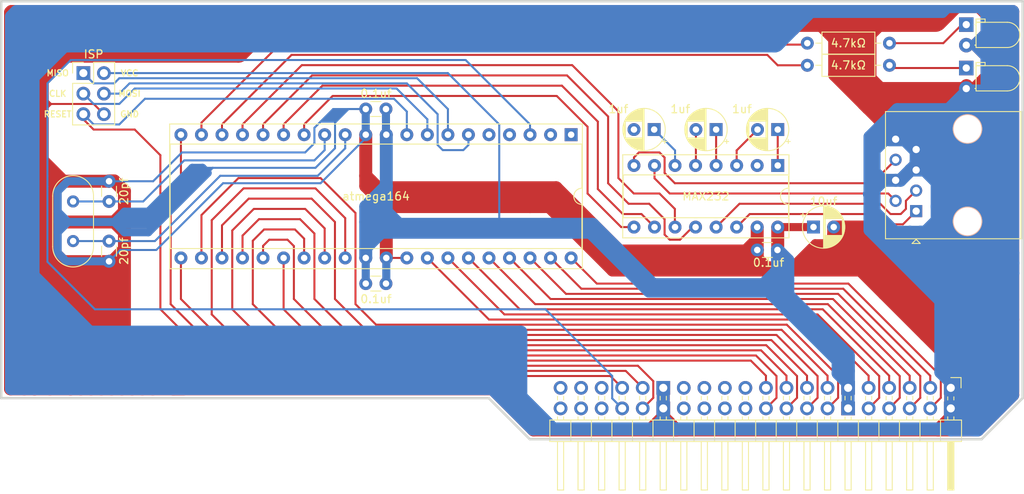
<source format=kicad_pcb>
(kicad_pcb (version 20171130) (host pcbnew "(5.1.10)-1")
  (layers (0 F.Cu signal) (31 B.Cu signal) (34 B.Paste user) (35 F.Paste user) (36 B.SilkS user) (37 F.SilkS user) (38 B.Mask user) (39 F.Mask user) (44 Edge.Cuts user))
  (net 0 "")
  (module Package_DIP:DIP-16_W7.62mm_Socket (layer F.Cu) (at 445.15786 282.28544 270)
    (fp_text reference MAX232 (at 3.81 8.89 180) (layer F.SilkS))
    (fp_text value DIP-16_W7.62mm_Socket)
    (pad 16 thru_hole oval (at 7.62 0 270) (size 1.6 1.6) (drill 0.8) (layers *.Cu *.Mask))
    (pad 8 thru_hole oval (at 0 17.78 270) (size 1.6 1.6) (drill 0.8) (layers *.Cu *.Mask))
    (pad 15 thru_hole oval (at 7.62 2.54 270) (size 1.6 1.6) (drill 0.8) (layers *.Cu *.Mask))
    (pad 7 thru_hole oval (at 0 15.24 270) (size 1.6 1.6) (drill 0.8) (layers *.Cu *.Mask))
    (pad 14 thru_hole oval (at 7.62 5.08 270) (size 1.6 1.6) (drill 0.8) (layers *.Cu *.Mask))
    (pad 6 thru_hole oval (at 0 12.7 270) (size 1.6 1.6) (drill 0.8) (layers *.Cu *.Mask))
    (pad 13 thru_hole oval (at 7.62 7.62 270) (size 1.6 1.6) (drill 0.8) (layers *.Cu *.Mask))
    (pad 5 thru_hole oval (at 0 10.16 270) (size 1.6 1.6) (drill 0.8) (layers *.Cu *.Mask))
    (pad 12 thru_hole oval (at 7.62 10.16 270) (size 1.6 1.6) (drill 0.8) (layers *.Cu *.Mask))
    (pad 4 thru_hole oval (at 0 7.62 270) (size 1.6 1.6) (drill 0.8) (layers *.Cu *.Mask))
    (pad 11 thru_hole oval (at 7.62 12.7 270) (size 1.6 1.6) (drill 0.8) (layers *.Cu *.Mask))
    (pad 3 thru_hole oval (at 0 5.08 270) (size 1.6 1.6) (drill 0.8) (layers *.Cu *.Mask))
    (pad 10 thru_hole oval (at 7.62 15.24 270) (size 1.6 1.6) (drill 0.8) (layers *.Cu *.Mask))
    (pad 2 thru_hole oval (at 0 2.54 270) (size 1.6 1.6) (drill 0.8) (layers *.Cu *.Mask))
    (pad 9 thru_hole oval (at 7.62 17.78 270) (size 1.6 1.6) (drill 0.8) (layers *.Cu *.Mask))
    (pad 1 thru_hole rect (at 0 0 270) (size 1.6 1.6) (drill 0.8) (layers *.Cu *.Mask))
  )
  (module Capacitor_THT:CP_Radial_D5.0mm_P2.50mm (layer F.Cu) (at 429.87786 277.84044 180)
    (fp_text reference 1uf (at 4.425 2.54) (layer F.SilkS))
    (fp_text value CP_Radial_D5.0mm_P2.50mm)
    (pad 1 thru_hole rect (at 0 0 180) (size 1.6 1.6) (drill 0.8) (layers *.Cu *.Mask))
    (pad 2 thru_hole circle (at 2.5 0 180) (size 1.6 1.6) (drill 0.8) (layers *.Cu *.Mask))
  )
  (module Capacitor_THT:CP_Radial_D5.0mm_P2.50mm (layer F.Cu) (at 437.53786 277.84044 180)
    (fp_text reference 1uf (at 4.425 2.54) (layer F.SilkS))
    (fp_text value CP_Radial_D5.0mm_P2.50mm)
    (pad 1 thru_hole rect (at 0 0 180) (size 1.6 1.6) (drill 0.8) (layers *.Cu *.Mask))
    (pad 2 thru_hole circle (at 2.5 0 180) (size 1.6 1.6) (drill 0.8) (layers *.Cu *.Mask))
  )
  (module Capacitor_THT:CP_Radial_D5.0mm_P2.50mm (layer F.Cu) (at 445.15786 277.84044 180)
    (fp_text reference 1uf (at 4.425 2.54) (layer F.SilkS))
    (fp_text value CP_Radial_D5.0mm_P2.50mm)
    (pad 1 thru_hole rect (at 0 0 180) (size 1.6 1.6) (drill 0.8) (layers *.Cu *.Mask))
    (pad 2 thru_hole circle (at 2.5 0 180) (size 1.6 1.6) (drill 0.8) (layers *.Cu *.Mask))
  )
  (module Capacitor_THT:CP_Radial_D5.0mm_P2.50mm (layer F.Cu) (at 449.58 289.89782)
    (fp_text reference 10uf (at 1.25 -3.175) (layer F.SilkS))
    (fp_text value CP_Radial_D5.0mm_P2.50mm)
    (pad 1 thru_hole rect (at 0 0) (size 1.6 1.6) (drill 0.8) (layers *.Cu *.Mask))
    (pad 2 thru_hole circle (at 2.5 0) (size 1.6 1.6) (drill 0.8) (layers *.Cu *.Mask))
  )
  (module Capacitor_THT:C_Disc_D3.0mm_W1.6mm_P2.50mm (layer F.Cu) (at 442.62548 292.735)
    (fp_text reference 0.1uf (at 1.39954 1.55956 180) (layer F.SilkS))
    (fp_text value C_Disc_D3.0mm_W1.6mm_P2.50mm)
    (pad 2 thru_hole circle (at 2.5 0) (size 1.6 1.6) (drill 0.8) (layers *.Cu *.Mask))
    (pad 1 thru_hole circle (at 0 0) (size 1.6 1.6) (drill 0.8) (layers *.Cu *.Mask))
  )
  (module LED_THT:LED_D3.0mm_Horizontal_O1.27mm_Z6.0mm (layer F.Cu) (at 468.47506 272.7706 90)
    (fp_text reference TX)
    (fp_text value LED_D3.0mm_Horizontal_O1.27mm_Z6.0mm)
    (pad 2 thru_hole circle (at 0 0 90) (size 1.8 1.8) (drill 0.9) (layers *.Cu *.Mask))
    (pad 1 thru_hole rect (at 2.54 0 90) (size 1.8 1.8) (drill 0.9) (layers *.Cu *.Mask))
  )
  (module Resistor_THT:R_Axial_DIN0207_L6.3mm_D2.5mm_P10.16mm_Horizontal (layer F.Cu) (at 458.97546 267.1572 180)
    (fp_text reference 4.7kΩ (at 5.08 0) (layer F.SilkS))
    (fp_text value R_Axial_DIN0207_L6.3mm_D2.5mm_P10.16mm_Horizontal)
    (pad 2 thru_hole oval (at 10.16 0 180) (size 1.6 1.6) (drill 0.8) (layers *.Cu *.Mask))
    (pad 1 thru_hole circle (at 0 0 180) (size 1.6 1.6) (drill 0.8) (layers *.Cu *.Mask))
  )
  (module Connector_PinHeader_2.54mm:PinHeader_2x03_P2.54mm_Vertical (layer F.Cu) (at 359.28046 270.85798)
    (fp_text reference ISP (at 1.27 -2.33) (layer F.SilkS))
    (fp_text value PinHeader_2x03_P2.54mm_Vertical)
    (pad 1 thru_hole rect (at 0 0) (size 1.7 1.7) (drill 1) (layers *.Cu *.Mask))
    (pad 2 thru_hole oval (at 2.54 0) (size 1.7 1.7) (drill 1) (layers *.Cu *.Mask))
    (pad 3 thru_hole oval (at 0 2.54) (size 1.7 1.7) (drill 1) (layers *.Cu *.Mask))
    (pad 4 thru_hole oval (at 2.54 2.54) (size 1.7 1.7) (drill 1) (layers *.Cu *.Mask))
    (pad 5 thru_hole oval (at 0 5.08) (size 1.7 1.7) (drill 1) (layers *.Cu *.Mask))
    (pad 6 thru_hole oval (at 2.54 5.08) (size 1.7 1.7) (drill 1) (layers *.Cu *.Mask))
  )
  (module Resistor_THT:R_Axial_DIN0207_L6.3mm_D2.5mm_P10.16mm_Horizontal (layer F.Cu) (at 458.97546 269.89278 180)
    (fp_text reference 4.7kΩ (at 5.08 0) (layer F.SilkS))
    (fp_text value R_Axial_DIN0207_L6.3mm_D2.5mm_P10.16mm_Horizontal)
    (pad 1 thru_hole circle (at 0 0 180) (size 1.6 1.6) (drill 0.8) (layers *.Cu *.Mask))
    (pad 2 thru_hole oval (at 10.16 0 180) (size 1.6 1.6) (drill 0.8) (layers *.Cu *.Mask))
  )
  (module Capacitor_THT:C_Disc_D3.0mm_W1.6mm_P2.50mm (layer F.Cu) (at 362.45546 286.73298 90)
    (fp_text reference 20pf (at 1.27 1.8542 90) (layer F.SilkS))
    (fp_text value C_Disc_D3.0mm_W1.6mm_P2.50mm)
    (pad 2 thru_hole circle (at 2.5 0 90) (size 1.6 1.6) (drill 0.8) (layers *.Cu *.Mask))
    (pad 1 thru_hole circle (at 0 0 90) (size 1.6 1.6) (drill 0.8) (layers *.Cu *.Mask))
  )
  (module Crystal:Crystal_HC18-U_Vertical (layer F.Cu) (at 358.01046 286.73298 270)
    (fp_text reference " " hide)
    (fp_text value Crystal_HC18-U_Vertical)
    (pad 2 thru_hole circle (at 4.9 0 270) (size 1.5 1.5) (drill 0.8) (layers *.Cu *.Mask))
    (pad 1 thru_hole circle (at 0 0 270) (size 1.5 1.5) (drill 0.8) (layers *.Cu *.Mask))
  )
  (module Capacitor_THT:C_Disc_D3.0mm_W1.6mm_P2.50mm (layer F.Cu) (at 362.45546 294.13518 90)
    (fp_text reference 20pf (at 1.27 1.8542 90) (layer F.SilkS))
    (fp_text value C_Disc_D3.0mm_W1.6mm_P2.50mm)
    (pad 1 thru_hole circle (at 0 0 90) (size 1.6 1.6) (drill 0.8) (layers *.Cu *.Mask))
    (pad 2 thru_hole circle (at 2.5 0 90) (size 1.6 1.6) (drill 0.8) (layers *.Cu *.Mask))
  )
  (module Capacitor_THT:C_Disc_D3.0mm_W1.6mm_P2.50mm (layer F.Cu) (at 394.20546 275.30298)
    (fp_text reference 0.1uf (at 1.27 -1.905 unlocked) (layer F.SilkS))
    (fp_text value C_Disc_D3.0mm_W1.6mm_P2.50mm)
    (pad 1 thru_hole circle (at 0 0) (size 1.6 1.6) (drill 0.8) (layers *.Cu *.Mask))
    (pad 2 thru_hole circle (at 2.5 0) (size 1.6 1.6) (drill 0.8) (layers *.Cu *.Mask))
  )
  (module Capacitor_THT:C_Disc_D3.0mm_W1.6mm_P2.50mm (layer F.Cu) (at 394.20546 296.89298)
    (fp_text reference 0.1uf (at 1.27 1.905 unlocked) (layer F.SilkS))
    (fp_text value C_Disc_D3.0mm_W1.6mm_P2.50mm)
    (pad 1 thru_hole circle (at 0 0) (size 1.6 1.6) (drill 0.8) (layers *.Cu *.Mask))
    (pad 2 thru_hole circle (at 2.5 0) (size 1.6 1.6) (drill 0.8) (layers *.Cu *.Mask))
  )
  (module LED_THT:LED_D3.0mm_Horizontal_O1.27mm_Z6.0mm (layer F.Cu) (at 468.47506 267.40358 90)
    (fp_text reference RX)
    (fp_text value LED_D3.0mm_Horizontal_O1.27mm_Z6.0mm)
    (pad 2 thru_hole circle (at 0 0 90) (size 1.8 1.8) (drill 0.9) (layers *.Cu *.Mask))
    (pad 1 thru_hole rect (at 2.54 0 90) (size 1.8 1.8) (drill 0.9) (layers *.Cu *.Mask))
  )
  (module Connector_PinHeader_2.54mm:PinHeader_2x20_P2.54mm_Horizontal (layer F.Cu) (at 466.5599 309.78602 270)
    (fp_text reference "20pin conn." hide)
    (fp_text value PinHeader_2x20_P2.54mm_Horizontal)
    (pad 40 thru_hole oval (at 2.54 48.26 270) (size 1.7 1.7) (drill 1) (layers *.Cu *.Mask))
    (pad 39 thru_hole oval (at 0 48.26 270) (size 1.7 1.7) (drill 1) (layers *.Cu *.Mask))
    (pad 38 thru_hole oval (at 2.54 45.72 270) (size 1.7 1.7) (drill 1) (layers *.Cu *.Mask))
    (pad 37 thru_hole oval (at 0 45.72 270) (size 1.7 1.7) (drill 1) (layers *.Cu *.Mask))
    (pad 36 thru_hole oval (at 2.54 43.18 270) (size 1.7 1.7) (drill 1) (layers *.Cu *.Mask))
    (pad 35 thru_hole oval (at 0 43.18 270) (size 1.7 1.7) (drill 1) (layers *.Cu *.Mask))
    (pad 34 thru_hole oval (at 2.54 40.64 270) (size 1.7 1.7) (drill 1) (layers *.Cu *.Mask))
    (pad 33 thru_hole oval (at 0 40.64 270) (size 1.7 1.7) (drill 1) (layers *.Cu *.Mask))
    (pad 32 thru_hole oval (at 2.54 38.1 270) (size 1.7 1.7) (drill 1) (layers *.Cu *.Mask))
    (pad 31 thru_hole oval (at 0 38.1 270) (size 1.7 1.7) (drill 1) (layers *.Cu *.Mask))
    (pad 30 thru_hole rect (at 2.54 35.56 270) (size 1.7 1.7) (drill 1) (layers *.Cu *.Mask))
    (pad 29 thru_hole rect (at 0 35.56 270) (size 1.7 1.7) (drill 1) (layers *.Cu *.Mask))
    (pad 28 thru_hole oval (at 2.54 33.02 270) (size 1.7 1.7) (drill 1) (layers *.Cu *.Mask))
    (pad 27 thru_hole oval (at 0 33.02 270) (size 1.7 1.7) (drill 1) (layers *.Cu *.Mask))
    (pad 26 thru_hole oval (at 2.54 30.48 270) (size 1.7 1.7) (drill 1) (layers *.Cu *.Mask))
    (pad 25 thru_hole oval (at 0 30.48 270) (size 1.7 1.7) (drill 1) (layers *.Cu *.Mask))
    (pad 24 thru_hole oval (at 2.54 27.94 270) (size 1.7 1.7) (drill 1) (layers *.Cu *.Mask))
    (pad 23 thru_hole oval (at 0 27.94 270) (size 1.7 1.7) (drill 1) (layers *.Cu *.Mask))
    (pad 22 thru_hole oval (at 2.54 25.4 270) (size 1.7 1.7) (drill 1) (layers *.Cu *.Mask))
    (pad 21 thru_hole oval (at 0 25.4 270) (size 1.7 1.7) (drill 1) (layers *.Cu *.Mask))
    (pad 20 thru_hole oval (at 2.54 22.86 270) (size 1.7 1.7) (drill 1) (layers *.Cu *.Mask))
    (pad 19 thru_hole oval (at 0 22.86 270) (size 1.7 1.7) (drill 1) (layers *.Cu *.Mask))
    (pad 18 thru_hole oval (at 2.54 20.32 270) (size 1.7 1.7) (drill 1) (layers *.Cu *.Mask))
    (pad 17 thru_hole oval (at 0 20.32 270) (size 1.7 1.7) (drill 1) (layers *.Cu *.Mask))
    (pad 16 thru_hole oval (at 2.54 17.78 270) (size 1.7 1.7) (drill 1) (layers *.Cu *.Mask))
    (pad 15 thru_hole oval (at 0 17.78 270) (size 1.7 1.7) (drill 1) (layers *.Cu *.Mask))
    (pad 14 thru_hole oval (at 2.54 15.24 270) (size 1.7 1.7) (drill 1) (layers *.Cu *.Mask))
    (pad 13 thru_hole oval (at 0 15.24 270) (size 1.7 1.7) (drill 1) (layers *.Cu *.Mask))
    (pad 12 thru_hole rect (at 2.54 12.7 270) (size 1.7 1.7) (drill 1) (layers *.Cu *.Mask))
    (pad 11 thru_hole rect (at 0 12.7 270) (size 1.7 1.7) (drill 1) (layers *.Cu *.Mask))
    (pad 10 thru_hole oval (at 2.54 10.16 270) (size 1.7 1.7) (drill 1) (layers *.Cu *.Mask))
    (pad 9 thru_hole oval (at 0 10.16 270) (size 1.7 1.7) (drill 1) (layers *.Cu *.Mask))
    (pad 8 thru_hole oval (at 2.54 7.62 270) (size 1.7 1.7) (drill 1) (layers *.Cu *.Mask))
    (pad 7 thru_hole oval (at 0 7.62 270) (size 1.7 1.7) (drill 1) (layers *.Cu *.Mask))
    (pad 6 thru_hole oval (at 2.54 5.08 270) (size 1.7 1.7) (drill 1) (layers *.Cu *.Mask))
    (pad 5 thru_hole oval (at 0 5.08 270) (size 1.7 1.7) (drill 1) (layers *.Cu *.Mask))
    (pad 4 thru_hole oval (at 2.54 2.54 270) (size 1.7 1.7) (drill 1) (layers *.Cu *.Mask))
    (pad 3 thru_hole oval (at 0 2.54 270) (size 1.7 1.7) (drill 1) (layers *.Cu *.Mask))
    (pad 2 thru_hole rect (at 2.54 0 270) (size 1.7 1.7) (drill 1) (layers *.Cu *.Mask))
    (pad 1 thru_hole rect (at 0 0 270) (size 1.7 1.7) (drill 1) (layers *.Cu *.Mask))
  )
  (module Package_DIP:DIP-40_W15.24mm_Socket (layer F.Cu) (at 419.60546 278.47798 270)
    (fp_text reference atmega164 (at 7.62 24.13) (layer F.SilkS))
    (fp_text value DIP-40_W15.24mm_Socket)
    (pad 1 thru_hole rect (at 0 0 270) (size 1.6 1.6) (drill 0.8) (layers *.Cu *.Mask))
    (pad 21 thru_hole oval (at 15.24 48.26 270) (size 1.6 1.6) (drill 0.8) (layers *.Cu *.Mask))
    (pad 2 thru_hole oval (at 0 2.54 270) (size 1.6 1.6) (drill 0.8) (layers *.Cu *.Mask))
    (pad 22 thru_hole oval (at 15.24 45.72 270) (size 1.6 1.6) (drill 0.8) (layers *.Cu *.Mask))
    (pad 3 thru_hole oval (at 0 5.08 270) (size 1.6 1.6) (drill 0.8) (layers *.Cu *.Mask))
    (pad 23 thru_hole oval (at 15.24 43.18 270) (size 1.6 1.6) (drill 0.8) (layers *.Cu *.Mask))
    (pad 4 thru_hole oval (at 0 7.62 270) (size 1.6 1.6) (drill 0.8) (layers *.Cu *.Mask))
    (pad 24 thru_hole oval (at 15.24 40.64 270) (size 1.6 1.6) (drill 0.8) (layers *.Cu *.Mask))
    (pad 5 thru_hole oval (at 0 10.16 270) (size 1.6 1.6) (drill 0.8) (layers *.Cu *.Mask))
    (pad 25 thru_hole oval (at 15.24 38.1 270) (size 1.6 1.6) (drill 0.8) (layers *.Cu *.Mask))
    (pad 6 thru_hole oval (at 0 12.7 270) (size 1.6 1.6) (drill 0.8) (layers *.Cu *.Mask))
    (pad 26 thru_hole oval (at 15.24 35.56 270) (size 1.6 1.6) (drill 0.8) (layers *.Cu *.Mask))
    (pad 7 thru_hole oval (at 0 15.24 270) (size 1.6 1.6) (drill 0.8) (layers *.Cu *.Mask))
    (pad 27 thru_hole oval (at 15.24 33.02 270) (size 1.6 1.6) (drill 0.8) (layers *.Cu *.Mask))
    (pad 8 thru_hole oval (at 0 17.78 270) (size 1.6 1.6) (drill 0.8) (layers *.Cu *.Mask))
    (pad 28 thru_hole oval (at 15.24 30.48 270) (size 1.6 1.6) (drill 0.8) (layers *.Cu *.Mask))
    (pad 9 thru_hole oval (at 0 20.32 270) (size 1.6 1.6) (drill 0.8) (layers *.Cu *.Mask))
    (pad 29 thru_hole oval (at 15.24 27.94 270) (size 1.6 1.6) (drill 0.8) (layers *.Cu *.Mask))
    (pad 10 thru_hole oval (at 0 22.86 270) (size 1.6 1.6) (drill 0.8) (layers *.Cu *.Mask))
    (pad 30 thru_hole oval (at 15.24 25.4 270) (size 1.6 1.6) (drill 0.8) (layers *.Cu *.Mask))
    (pad 11 thru_hole oval (at 0 25.4 270) (size 1.6 1.6) (drill 0.8) (layers *.Cu *.Mask))
    (pad 31 thru_hole oval (at 15.24 22.86 270) (size 1.6 1.6) (drill 0.8) (layers *.Cu *.Mask))
    (pad 12 thru_hole oval (at 0 27.94 270) (size 1.6 1.6) (drill 0.8) (layers *.Cu *.Mask))
    (pad 32 thru_hole oval (at 15.24 20.32 270) (size 1.6 1.6) (drill 0.8) (layers *.Cu *.Mask))
    (pad 13 thru_hole oval (at 0 30.48 270) (size 1.6 1.6) (drill 0.8) (layers *.Cu *.Mask))
    (pad 33 thru_hole oval (at 15.24 17.78 270) (size 1.6 1.6) (drill 0.8) (layers *.Cu *.Mask))
    (pad 14 thru_hole oval (at 0 33.02 270) (size 1.6 1.6) (drill 0.8) (layers *.Cu *.Mask))
    (pad 34 thru_hole oval (at 15.24 15.24 270) (size 1.6 1.6) (drill 0.8) (layers *.Cu *.Mask))
    (pad 15 thru_hole oval (at 0 35.56 270) (size 1.6 1.6) (drill 0.8) (layers *.Cu *.Mask))
    (pad 35 thru_hole oval (at 15.24 12.7 270) (size 1.6 1.6) (drill 0.8) (layers *.Cu *.Mask))
    (pad 16 thru_hole oval (at 0 38.1 270) (size 1.6 1.6) (drill 0.8) (layers *.Cu *.Mask))
    (pad 36 thru_hole oval (at 15.24 10.16 270) (size 1.6 1.6) (drill 0.8) (layers *.Cu *.Mask))
    (pad 17 thru_hole oval (at 0 40.64 270) (size 1.6 1.6) (drill 0.8) (layers *.Cu *.Mask))
    (pad 37 thru_hole oval (at 15.24 7.62 270) (size 1.6 1.6) (drill 0.8) (layers *.Cu *.Mask))
    (pad 18 thru_hole oval (at 0 43.18 270) (size 1.6 1.6) (drill 0.8) (layers *.Cu *.Mask))
    (pad 38 thru_hole oval (at 15.24 5.08 270) (size 1.6 1.6) (drill 0.8) (layers *.Cu *.Mask))
    (pad 19 thru_hole oval (at 0 45.72 270) (size 1.6 1.6) (drill 0.8) (layers *.Cu *.Mask))
    (pad 39 thru_hole oval (at 15.24 2.54 270) (size 1.6 1.6) (drill 0.8) (layers *.Cu *.Mask))
    (pad 20 thru_hole oval (at 0 48.26 270) (size 1.6 1.6) (drill 0.8) (layers *.Cu *.Mask))
    (pad 40 thru_hole oval (at 15.24 0 270) (size 1.6 1.6) (drill 0.8) (layers *.Cu *.Mask))
  )
  (module Connector_RJ:RJ45_OST_PJ012-8P8CX_Vertical (layer F.Cu) (at 462.27746 287.92678 90)
    (fp_text reference RJ45)
    (fp_text value RJ45_OST_PJ012-8P8CX_Vertical)
    (pad "" np_thru_hole circle (at 10.16 6.35 90) (size 3.65 3.65) (drill 3.45) (layers *.Cu *.SilkS *.Mask))
    (pad "" np_thru_hole circle (at -1.27 6.35 90) (size 3.65 3.65) (drill 3.45) (layers *.Cu *.SilkS *.Mask))
    (pad 1 thru_hole rect (at 0 0 90) (size 1.5 1.5) (drill 0.9) (layers *.Cu *.Mask))
    (pad 2 thru_hole circle (at 1.27 -2.54 90) (size 1.5 1.5) (drill 0.9) (layers *.Cu *.Mask))
    (pad 3 thru_hole circle (at 2.54 0 90) (size 1.5 1.5) (drill 0.9) (layers *.Cu *.Mask))
    (pad 4 thru_hole circle (at 3.81 -2.54 90) (size 1.5 1.5) (drill 0.9) (layers *.Cu *.Mask))
    (pad 5 thru_hole circle (at 5.08 0 90) (size 1.5 1.5) (drill 0.9) (layers *.Cu *.Mask))
    (pad 6 thru_hole circle (at 6.35 -2.54 90) (size 1.5 1.5) (drill 0.9) (layers *.Cu *.Mask))
    (pad 7 thru_hole circle (at 7.62 0 90) (size 1.5 1.5) (drill 0.9) (layers *.Cu *.Mask))
    (pad 8 thru_hole circle (at 8.89 -2.54 90) (size 1.5 1.5) (drill 0.9) (layers *.Cu *.Mask))
  )
  (gr_line (start 475.4499 311.05602) (end 475.4499 261.96798) (layer Edge.Cuts) (width 0.3))
  (gr_line (start 470.3699 316.13602) (end 475.4499 311.05602) (layer Edge.Cuts) (width 0.3))
  (gr_line (start 414.4899 316.13602) (end 409.4099 311.05602) (layer Edge.Cuts) (width 0.3))
  (gr_line (start 349.12046 311.05602) (end 349.12046 261.96798) (layer Edge.Cuts) (width 0.3))
  (gr_line (start 409.4099 311.05602) (end 349.12046 311.05602) (layer Edge.Cuts) (width 0.3))
  (gr_line (start 414.4899 316.13602) (end 470.3699 316.13602) (layer Edge.Cuts) (width 0.3))
  (gr_line (start 349.12046 261.96798) (end 475.4499 261.96798) (layer Edge.Cuts) (width 0.3))
  (gr_text MOSI (at 364.99546 273.39798) (layer F.SilkS) (effects (font (size 0.75 0.75))))
  (gr_text GND (at 364.99546 275.93798) (layer F.SilkS) (effects (font (size 0.75 0.75))))
  (gr_text MISO (at 356.10546 270.85798) (layer F.SilkS) (effects (font (size 0.75 0.75))))
  (gr_text CLK (at 356.10546 273.39798) (layer F.SilkS) (effects (font (size 0.75 0.75))))
  (gr_text RESET (at 356.10546 275.93798) (layer F.SilkS) (effects (font (size 0.75 0.75))))
  (gr_text VCC (at 364.99546 270.85798) (layer F.SilkS) (effects (font (size 0.75 0.75))))
  (segment (start 409.44546 301.33798) (end 401.82546 293.71798) (width 0.25) (layer F.Cu) (net 0))
  (segment (start 450.72046 300.06798) (end 413.25546 300.06798) (width 0.25) (layer F.Cu) (net 0))
  (segment (start 456.3999 308.28742) (end 449.45046 301.33798) (width 0.25) (layer F.Cu) (net 0))
  (segment (start 458.9399 308.28742) (end 450.72046 300.06798) (width 0.25) (layer F.Cu) (net 0))
  (segment (start 456.3999 309.78602) (end 456.3999 308.28742) (width 0.25) (layer F.Cu) (net 0))
  (segment (start 404.36546 293.71798) (end 411.35046 300.70298) (width 0.25) (layer F.Cu) (net 0))
  (segment (start 411.35046 300.70298) (end 450.08546 300.70298) (width 0.25) (layer F.Cu) (net 0))
  (segment (start 457.70546 308.32298) (end 457.70546 311.02046) (width 0.25) (layer F.Cu) (net 0))
  (segment (start 457.70546 311.02046) (end 456.3999 312.32602) (width 0.25) (layer F.Cu) (net 0))
  (segment (start 458.9399 309.78602) (end 458.9399 308.28742) (width 0.25) (layer F.Cu) (net 0))
  (segment (start 449.45046 301.33798) (end 409.44546 301.33798) (width 0.25) (layer F.Cu) (net 0))
  (segment (start 460.24546 311.02046) (end 460.24546 308.32298) (width 0.25) (layer F.Cu) (net 0))
  (segment (start 451.35546 299.43298) (end 415.16046 299.43298) (width 0.25) (layer F.Cu) (net 0))
  (segment (start 460.24546 308.32298) (end 451.35546 299.43298) (width 0.25) (layer F.Cu) (net 0))
  (segment (start 458.9399 312.32602) (end 460.24546 311.02046) (width 0.25) (layer F.Cu) (net 0))
  (segment (start 450.08546 300.70298) (end 457.70546 308.32298) (width 0.25) (layer F.Cu) (net 0))
  (segment (start 413.25546 300.06798) (end 406.90546 293.71798) (width 0.25) (layer F.Cu) (net 0))
  (segment (start 415.16046 299.43298) (end 409.44546 293.71798) (width 0.25) (layer F.Cu) (net 0))
  (segment (start 461.4799 309.78602) (end 461.4799 308.28742) (width 0.25) (layer F.Cu) (net 0))
  (segment (start 461.4799 308.28742) (end 451.99046 298.79798) (width 0.25) (layer F.Cu) (net 0))
  (segment (start 451.99046 298.79798) (end 417.06546 298.79798) (width 0.25) (layer F.Cu) (net 0))
  (segment (start 417.06546 298.79798) (end 411.98546 293.71798) (width 0.25) (layer F.Cu) (net 0))
  (segment (start 461.4799 312.32602) (end 462.78546 311.02046) (width 0.25) (layer F.Cu) (net 0))
  (segment (start 462.78546 311.02046) (end 462.78546 308.32298) (width 0.25) (layer F.Cu) (net 0))
  (segment (start 462.78546 308.32298) (end 452.62546 298.16298) (width 0.25) (layer F.Cu) (net 0))
  (segment (start 452.62546 298.16298) (end 418.97046 298.16298) (width 0.25) (layer F.Cu) (net 0))
  (segment (start 418.97046 298.16298) (end 414.52546 293.71798) (width 0.25) (layer F.Cu) (net 0))
  (segment (start 464.0199 309.78602) (end 464.0199 308.28742) (width 0.25) (layer F.Cu) (net 0))
  (segment (start 464.0199 308.28742) (end 453.26046 297.52798) (width 0.25) (layer F.Cu) (net 0))
  (segment (start 453.26046 297.52798) (end 420.87546 297.52798) (width 0.25) (layer F.Cu) (net 0))
  (segment (start 420.87546 297.52798) (end 417.06546 293.71798) (width 0.25) (layer F.Cu) (net 0))
  (segment (start 464.0199 312.32602) (end 465.32546 311.02046) (width 0.25) (layer F.Cu) (net 0))
  (segment (start 465.32546 311.02046) (end 465.32546 308.32298) (width 0.25) (layer F.Cu) (net 0))
  (segment (start 465.32546 308.32298) (end 453.89546 296.89298) (width 0.25) (layer F.Cu) (net 0))
  (segment (start 453.89546 296.89298) (end 422.78046 296.89298) (width 0.25) (layer F.Cu) (net 0))
  (segment (start 422.78046 296.89298) (end 419.60546 293.71798) (width 0.25) (layer F.Cu) (net 0))
  (segment (start 432.61849 314.98601) (end 465.00349 314.98601) (width 1.6) (layer F.Cu) (net 0))
  (segment (start 446.2399 312.32602) (end 447.54546 311.02046) (width 0.25) (layer F.Cu) (net 0))
  (segment (start 447.54546 311.02046) (end 447.54546 308.32298) (width 0.25) (layer F.Cu) (net 0))
  (segment (start 447.54546 308.32298) (end 443.73546 304.51298) (width 0.25) (layer F.Cu) (net 0))
  (segment (start 443.73546 304.51298) (end 388.49046 304.51298) (width 0.25) (layer F.Cu) (net 0))
  (segment (start 388.49046 304.51298) (end 384.04546 300.06798) (width 0.25) (layer F.Cu) (net 0))
  (segment (start 384.04546 300.06798) (end 384.04546 293.71798) (width 0.25) (layer F.Cu) (net 0))
  (segment (start 425.9199 309.78602) (end 424.45686 308.32298) (width 0.25) (layer F.Cu) (net 0))
  (segment (start 424.45686 308.32298) (end 377.06046 308.32298) (width 0.25) (layer F.Cu) (net 0))
  (segment (start 377.06046 308.32298) (end 368.80546 300.06798) (width 0.25) (layer F.Cu) (net 0))
  (segment (start 368.80546 300.06798) (end 368.80546 281.01798) (width 0.25) (layer F.Cu) (net 0))
  (segment (start 368.80546 281.01798) (end 365.63046 277.84298) (width 0.25) (layer F.Cu) (net 0))
  (segment (start 365.63046 277.84298) (end 360.55046 277.84298) (width 0.25) (layer F.Cu) (net 0))
  (segment (start 360.55046 277.84298) (end 359.28046 276.57298) (width 0.25) (layer F.Cu) (net 0))
  (segment (start 359.28046 276.57298) (end 359.28046 275.93798) (width 0.25) (layer F.Cu) (net 0))
  (segment (start 428.4599 309.78602) (end 426.36186 307.68798) (width 0.25) (layer F.Cu) (net 0))
  (segment (start 426.36186 307.68798) (end 378.33046 307.68798) (width 0.25) (layer F.Cu) (net 0))
  (segment (start 378.33046 307.68798) (end 370.07546 299.43298) (width 0.25) (layer F.Cu) (net 0))
  (segment (start 370.07546 299.43298) (end 370.07546 286.09798) (width 0.25) (layer F.Cu) (net 0))
  (segment (start 370.07546 286.09798) (end 371.34546 284.82798) (width 0.25) (layer F.Cu) (net 0))
  (segment (start 371.34546 284.82798) (end 371.34546 278.47798) (width 0.25) (layer F.Cu) (net 0))
  (segment (start 428.4599 312.32602) (end 429.76546 311.02046) (width 0.25) (layer F.Cu) (net 0))
  (segment (start 429.76546 311.02046) (end 429.76546 308.95798) (width 0.25) (layer F.Cu) (net 0))
  (segment (start 429.76546 308.95798) (end 427.86046 307.05298) (width 0.25) (layer F.Cu) (net 0))
  (segment (start 427.86046 307.05298) (end 379.60046 307.05298) (width 0.25) (layer F.Cu) (net 0))
  (segment (start 379.60046 307.05298) (end 371.34546 298.79798) (width 0.25) (layer F.Cu) (net 0))
  (segment (start 371.34546 298.79798) (end 371.34546 293.71798) (width 0.25) (layer F.Cu) (net 0))
  (segment (start 409.886249 309.90601) (end 411.66349 309.90601) (width 1.6) (layer F.Cu) (net 0))
  (segment (start 411.66349 309.90601) (end 416.74349 314.98601) (width 1.6) (layer F.Cu) (net 0))
  (segment (start 416.74349 314.98601) (end 416.75243 314.98601) (width 1.6) (layer F.Cu) (net 0))
  (segment (start 364.36046 303.87798) (end 370.38849 309.90601) (width 1.6) (layer F.Cu) (net 0))
  (segment (start 370.38849 309.90601) (end 371.66743 309.90601) (width 1.6) (layer F.Cu) (net 0))
  (segment (start 368.17046 308.95798) (end 368.17046 309.59298) (width 1.6) (layer F.Cu) (net 0))
  (segment (start 368.17046 309.59298) (end 367.85743 309.90601) (width 1.6) (layer F.Cu) (net 0))
  (segment (start 366.90046 307.68798) (end 366.90046 309.58404) (width 1.6) (layer F.Cu) (net 0))
  (segment (start 366.90046 309.58404) (end 366.57849 309.90601) (width 1.6) (layer F.Cu) (net 0))
  (segment (start 365.63046 306.41798) (end 365.63046 309.58404) (width 1.6) (layer F.Cu) (net 0))
  (segment (start 365.63046 309.58404) (end 365.30849 309.90601) (width 1.6) (layer F.Cu) (net 0))
  (segment (start 364.36046 305.14798) (end 364.36046 309.58404) (width 1.6) (layer F.Cu) (net 0))
  (segment (start 364.36046 309.58404) (end 364.03849 309.90601) (width 1.6) (layer F.Cu) (net 0))
  (segment (start 363.09046 303.87798) (end 363.09046 309.58404) (width 1.6) (layer F.Cu) (net 0))
  (segment (start 363.09046 309.58404) (end 362.76849 309.90601) (width 1.6) (layer F.Cu) (net 0))
  (segment (start 361.82046 302.60798) (end 361.82046 309.59298) (width 1.6) (layer F.Cu) (net 0))
  (segment (start 361.82046 309.59298) (end 361.50743 309.90601) (width 1.6) (layer F.Cu) (net 0))
  (segment (start 360.55046 301.33798) (end 360.55046 309.58404) (width 1.6) (layer F.Cu) (net 0))
  (segment (start 360.55046 309.58404) (end 360.22849 309.90601) (width 1.6) (layer F.Cu) (net 0))
  (segment (start 359.28046 300.06798) (end 359.28046 309.58404) (width 1.6) (layer F.Cu) (net 0))
  (segment (start 359.28046 309.58404) (end 358.95849 309.90601) (width 1.6) (layer F.Cu) (net 0))
  (segment (start 358.01046 298.79798) (end 358.01046 309.59298) (width 1.6) (layer F.Cu) (net 0))
  (segment (start 358.01046 309.59298) (end 357.69743 309.90601) (width 1.6) (layer F.Cu) (net 0))
  (segment (start 356.74046 297.52798) (end 356.74046 308.94904) (width 1.6) (layer F.Cu) (net 0))
  (segment (start 356.74046 308.94904) (end 357.69743 309.90601) (width 1.6) (layer F.Cu) (net 0))
  (segment (start 355.47046 296.25798) (end 355.47046 309.58404) (width 1.6) (layer F.Cu) (net 0))
  (segment (start 355.47046 309.58404) (end 355.14849 309.90601) (width 1.6) (layer F.Cu) (net 0))
  (segment (start 354.20046 293.71798) (end 354.20046 308.94904) (width 1.6) (layer F.Cu) (net 0))
  (segment (start 354.20046 308.94904) (end 353.24349 309.90601) (width 1.6) (layer F.Cu) (net 0))
  (segment (start 353.24349 309.90601) (end 352.93046 309.59298) (width 1.6) (layer F.Cu) (net 0))
  (segment (start 352.93046 309.59298) (end 352.93046 263.23798) (width 1.6) (layer F.Cu) (net 0))
  (segment (start 351.66046 263.23798) (end 351.66046 309.59298) (width 1.6) (layer F.Cu) (net 0))
  (segment (start 351.66046 309.59298) (end 351.97349 309.90601) (width 1.6) (layer F.Cu) (net 0))
  (segment (start 350.27047 309.90601) (end 350.27047 263.35797) (width 1.6) (layer F.Cu) (net 0))
  (segment (start 350.27047 263.35797) (end 350.39046 263.23798) (width 1.6) (layer F.Cu) (net 0))
  (segment (start 416.75243 314.98601) (end 414.966248 314.98601) (width 1.6) (layer F.Cu) (net 0))
  (segment (start 414.966248 314.98601) (end 409.886249 309.90601) (width 1.6) (layer F.Cu) (net 0))
  (segment (start 409.886249 309.90601) (end 350.27047 309.90601) (width 1.6) (layer F.Cu) (net 0))
  (segment (start 378.46 268.31798) (end 382.27 264.50798) (width 2.5) (layer F.Cu) (net 0))
  (segment (start 384.04546 264.50798) (end 464.69046 264.50798) (width 2.5) (layer F.Cu) (net 0))
  (segment (start 357.37546 264.50798) (end 382.14046 264.50798) (width 2.5) (layer F.Cu) (net 0))
  (segment (start 356.10546 265.77798) (end 380.87046 265.77798) (width 2.5) (layer F.Cu) (net 0))
  (segment (start 353.56546 271.49298) (end 358.64546 266.41298) (width 2.5) (layer F.Cu) (net 0))
  (segment (start 465.32546 296.25798) (end 465.32546 300.06798) (width 1.6) (layer B.Cu) (net 0))
  (segment (start 457.07046 289.90798) (end 464.69046 297.52798) (width 1.6) (layer B.Cu) (net 0))
  (segment (start 457.07046 288.00298) (end 457.07046 289.90798) (width 1.6) (layer B.Cu) (net 0))
  (segment (start 459.61046 290.54298) (end 465.32546 296.25798) (width 1.6) (layer B.Cu) (net 0))
  (segment (start 457.07046 288.00298) (end 459.61046 290.54298) (width 1.6) (layer B.Cu) (net 0))
  (segment (start 459.61046 290.54298) (end 461.51546 290.54298) (width 1.6) (layer B.Cu) (net 0))
  (segment (start 457.07046 285.46298) (end 457.07046 288.00298) (width 1.6) (layer B.Cu) (net 0))
  (segment (start 463.42046 282.92298) (end 464.69046 284.19298) (width 1.6) (layer B.Cu) (net 0))
  (segment (start 463.42046 281.44978) (end 463.42046 281.65298) (width 1.6) (layer B.Cu) (net 0))
  (segment (start 463.42046 281.65298) (end 464.61426 282.84678) (width 1.6) (layer B.Cu) (net 0))
  (segment (start 462.27746 280.30678) (end 463.42046 281.44978) (width 1.6) (layer B.Cu) (net 0))
  (segment (start 462.27746 282.84678) (end 464.61426 282.84678) (width 1.6) (layer B.Cu) (net 0))
  (segment (start 464.61426 282.84678) (end 465.32546 283.55798) (width 1.6) (layer B.Cu) (net 0))
  (segment (start 462.27746 281.77998) (end 462.27746 280.30678) (width 1.6) (layer B.Cu) (net 0))
  (segment (start 462.27746 282.84678) (end 462.27746 281.77998) (width 1.6) (layer B.Cu) (net 0))
  (segment (start 462.27746 281.77998) (end 462.27746 282.16098) (width 1.6) (layer B.Cu) (net 0))
  (segment (start 462.27746 282.16098) (end 461.59166 282.84678) (width 1.6) (layer B.Cu) (net 0))
  (segment (start 460.32166 284.11678) (end 461.59166 282.84678) (width 1.6) (layer B.Cu) (net 0))
  (segment (start 461.59166 282.84678) (end 462.27746 282.84678) (width 1.6) (layer B.Cu) (net 0))
  (segment (start 459.73746 284.11678) (end 460.32166 284.11678) (width 1.6) (layer B.Cu) (net 0))
  (segment (start 462.78546 290.54298) (end 461.51546 290.54298) (width 1.6) (layer B.Cu) (net 0))
  (segment (start 471.67546 290.54298) (end 462.78546 290.54298) (width 1.6) (layer B.Cu) (net 0))
  (segment (start 462.78546 290.54298) (end 463.42046 290.54298) (width 1.6) (layer B.Cu) (net 0))
  (segment (start 463.42046 290.54298) (end 465.32546 288.63798) (width 1.6) (layer B.Cu) (net 0))
  (segment (start 466.5599 296.22242) (end 466.5599 295.58742) (width 1.6) (layer B.Cu) (net 0))
  (segment (start 466.5599 295.58742) (end 461.51546 290.54298) (width 1.6) (layer B.Cu) (net 0))
  (segment (start 472.94546 291.81298) (end 462.78546 291.81298) (width 1.6) (layer B.Cu) (net 0))
  (segment (start 463.42046 279.11298) (end 460.88046 276.57298) (width 1.6) (layer B.Cu) (net 0))
  (segment (start 461.19796 276.89048) (end 462.27746 277.96998) (width 1) (layer B.Cu) (net 0))
  (segment (start 453.8599 309.78602) (end 453.8599 309.55742) (width 1.6) (layer B.Cu) (net 0))
  (segment (start 396.74546 286.09798) (end 396.74546 288.00298) (width 1.6) (layer B.Cu) (net 0))
  (segment (start 395.47546 289.27298) (end 396.74546 288.00298) (width 1.6) (layer B.Cu) (net 0))
  (segment (start 395.47546 290.54298) (end 395.47546 289.27298) (width 1.6) (layer B.Cu) (net 0))
  (segment (start 394.84046 288.00298) (end 396.74546 286.09798) (width 1.6) (layer B.Cu) (net 0))
  (segment (start 396.74546 286.09798) (end 396.74546 284.82798) (width 1.6) (layer B.Cu) (net 0))
  (segment (start 394.84046 289.90798) (end 394.20546 289.27298) (width 1.6) (layer B.Cu) (net 0))
  (segment (start 394.84046 289.90798) (end 394.84046 288.00298) (width 1.6) (layer B.Cu) (net 0))
  (segment (start 396.74546 278.47798) (end 396.74546 284.82798) (width 1.6) (layer B.Cu) (net 0))
  (segment (start 394.20546 293.71798) (end 394.20546 287.36798) (width 1.6) (layer B.Cu) (net 0))
  (segment (start 394.20546 287.36798) (end 396.74546 284.82798) (width 1.6) (layer B.Cu) (net 0))
  (segment (start 394.20546 293.71798) (end 394.20546 293.08298) (width 1) (layer B.Cu) (net 0))
  (segment (start 394.20546 293.08298) (end 394.20546 287.36798) (width 1) (layer B.Cu) (net 0))
  (segment (start 354.20046 268.31798) (end 354.20046 268.95298) (width 1.6) (layer B.Cu) (net 0))
  (segment (start 352.93046 268.31798) (end 352.93046 270.85798) (width 1.6) (layer B.Cu) (net 0))
  (segment (start 357.37546 267.04798) (end 351.02546 267.04798) (width 2.5) (layer B.Cu) (net 0))
  (segment (start 356.10546 293.08298) (end 356.10546 290.54298) (width 1) (layer B.Cu) (net 0))
  (segment (start 357.37546 289.27298) (end 356.10546 290.54298) (width 1) (layer B.Cu) (net 0))
  (segment (start 356.10546 290.54298) (end 356.10546 289.27298) (width 1) (layer B.Cu) (net 0))
  (segment (start 356.10546 289.27298) (end 357.37546 289.27298) (width 1) (layer B.Cu) (net 0))
  (segment (start 356.10546 289.27298) (end 356.10546 288.00298) (width 1) (layer B.Cu) (net 0))
  (segment (start 356.10546 288.00298) (end 356.10546 285.46298) (width 1) (layer B.Cu) (net 0))
  (segment (start 357.37546 289.27298) (end 356.10546 288.00298) (width 1) (layer B.Cu) (net 0))
  (segment (start 362.45546 294.13518) (end 357.15766 294.13518) (width 1) (layer B.Cu) (net 0))
  (segment (start 357.15766 294.13518) (end 356.10546 293.08298) (width 1) (layer B.Cu) (net 0))
  (segment (start 356.10546 285.46298) (end 357.33546 284.23298) (width 1) (layer B.Cu) (net 0))
  (segment (start 357.33546 284.23298) (end 362.45546 284.23298) (width 1) (layer B.Cu) (net 0))
  (segment (start 355.78796 264.19048) (end 354.20046 265.77798) (width 2.5) (layer F.Cu) (net 0))
  (segment (start 354.20046 263.87298) (end 354.20046 265.77798) (width 1.6) (layer F.Cu) (net 0))
  (segment (start 354.20046 265.77798) (end 354.20046 268.31798) (width 1.6) (layer F.Cu) (net 0))
  (segment (start 354.20046 268.31798) (end 354.20046 281.65298) (width 1.6) (layer F.Cu) (net 0))
  (segment (start 466.5599 312.32602) (end 466.5599 313.4296) (width 1.6) (layer F.Cu) (net 0))
  (segment (start 466.5599 313.4296) (end 465.00349 314.98601) (width 1.6) (layer F.Cu) (net 0))
  (segment (start 466.59546 296.18686) (end 466.5599 296.22242) (width 1.6) (layer F.Cu) (net 0))
  (segment (start 466.5599 312.32602) (end 466.5599 312.73242) (width 1.6) (layer F.Cu) (net 0))
  (segment (start 466.5599 312.73242) (end 467.86546 314.03798) (width 1.6) (layer F.Cu) (net 0))
  (segment (start 466.5599 309.78602) (end 466.5599 312.32602) (width 1.6) (layer F.Cu) (net 0))
  (segment (start 363.09046 296.25798) (end 363.72546 295.62298) (width 2.5) (layer F.Cu) (net 0))
  (segment (start 361.82046 294.98798) (end 363.09046 296.25798) (width 2.5) (layer F.Cu) (net 0))
  (segment (start 359.91546 294.98798) (end 363.72546 298.79798) (width 2.5) (layer F.Cu) (net 0))
  (segment (start 358.01046 295.62298) (end 363.72546 301.33798) (width 2.5) (layer F.Cu) (net 0))
  (segment (start 356.74046 296.25798) (end 364.36046 303.87798) (width 1.6) (layer F.Cu) (net 0))
  (segment (start 364.36046 292.65658) (end 364.36046 303.87798) (width 1.6) (layer F.Cu) (net 0))
  (segment (start 355.19296 285.82048) (end 354.28046 286.73298) (width 1.6) (layer F.Cu) (net 0))
  (segment (start 356.78046 284.23298) (end 355.19296 285.82048) (width 1.6) (layer F.Cu) (net 0))
  (segment (start 356.78046 294.17518) (end 354.94436 292.33908) (width 1.6) (layer F.Cu) (net 0))
  (segment (start 354.94436 292.33908) (end 354.20046 291.59518) (width 1.6) (layer F.Cu) (net 0))
  (segment (start 355.19296 285.82048) (end 355.19296 292.09048) (width 1.6) (layer F.Cu) (net 0))
  (segment (start 355.19296 292.09048) (end 354.94436 292.33908) (width 1.6) (layer F.Cu) (net 0))
  (segment (start 364.36046 290.54298) (end 364.36046 288.00298) (width 1.6) (layer F.Cu) (net 0))
  (segment (start 362.45546 294.13518) (end 362.88186 294.13518) (width 1.6) (layer F.Cu) (net 0))
  (segment (start 362.88186 294.13518) (end 364.36046 292.65658) (width 1.6) (layer F.Cu) (net 0))
  (segment (start 364.36046 292.65658) (end 364.36046 290.54298) (width 1.6) (layer F.Cu) (net 0))
  (segment (start 364.36046 290.54298) (end 363.09046 289.27298) (width 1.6) (layer F.Cu) (net 0))
  (segment (start 354.20046 289.27298) (end 363.09046 289.27298) (width 1.6) (layer F.Cu) (net 0))
  (segment (start 363.09046 289.27298) (end 364.36046 288.00298) (width 1.6) (layer F.Cu) (net 0))
  (segment (start 364.36046 288.00298) (end 364.36046 285.46298) (width 1.6) (layer F.Cu) (net 0))
  (segment (start 363.09046 284.19298) (end 362.49546 284.19298) (width 1.6) (layer F.Cu) (net 0))
  (segment (start 364.36046 285.46298) (end 363.09046 284.19298) (width 1.6) (layer F.Cu) (net 0))
  (segment (start 362.49546 284.19298) (end 362.45546 284.23298) (width 1.6) (layer F.Cu) (net 0))
  (segment (start 354.20046 289.27298) (end 354.20046 293.71798) (width 1.6) (layer F.Cu) (net 0))
  (segment (start 354.20046 286.73298) (end 354.20046 289.27298) (width 1.6) (layer F.Cu) (net 0))
  (segment (start 356.91826 294.17518) (end 355.47046 294.17518) (width 1.6) (layer F.Cu) (net 0))
  (segment (start 354.20046 293.71798) (end 356.74046 296.25798) (width 1.6) (layer F.Cu) (net 0))
  (segment (start 362.45546 294.17518) (end 356.91826 294.17518) (width 1.6) (layer F.Cu) (net 0))
  (segment (start 356.91826 294.17518) (end 356.91826 296.08018) (width 1.6) (layer F.Cu) (net 0))
  (segment (start 362.45546 284.23298) (end 355.47046 284.23298) (width 1.6) (layer F.Cu) (net 0))
  (segment (start 356.78046 284.23298) (end 354.20046 281.65298) (width 1.6) (layer F.Cu) (net 0))
  (segment (start 354.20046 281.65298) (end 354.20046 286.73298) (width 1.6) (layer F.Cu) (net 0))
  (segment (start 354.28046 286.73298) (end 354.20046 286.73298) (width 1.6) (layer F.Cu) (net 0))
  (segment (start 432.61849 314.98601) (end 416.75243 314.98601) (width 1.6) (layer F.Cu) (net 0))
  (segment (start 431.67046 314.03798) (end 432.61849 314.98601) (width 1.6) (layer F.Cu) (net 0))
  (segment (start 430.9999 313.36742) (end 431.67046 314.03798) (width 1.6) (layer F.Cu) (net 0))
  (segment (start 430.9999 313.36742) (end 429.38131 314.98601) (width 1.6) (layer F.Cu) (net 0))
  (segment (start 430.9999 309.78602) (end 430.9999 313.36742) (width 1.6) (layer F.Cu) (net 0))
  (segment (start 410.71546 290.54298) (end 410.71546 277.20798) (width 0.25) (layer B.Cu) (net 0))
  (segment (start 410.71546 277.20798) (end 404.36546 270.85798) (width 0.25) (layer B.Cu) (net 0))
  (segment (start 404.36546 270.85798) (end 361.82046 270.85798) (width 0.25) (layer B.Cu) (net 0))
  (segment (start 404.36546 278.47798) (end 404.36546 275.30298) (width 0.25) (layer B.Cu) (net 0))
  (segment (start 404.36546 275.30298) (end 400.55546 271.49298) (width 0.25) (layer B.Cu) (net 0))
  (segment (start 400.55546 271.49298) (end 363.72546 271.49298) (width 0.25) (layer B.Cu) (net 0))
  (segment (start 360.55046 272.12798) (end 359.28046 270.85798) (width 0.25) (layer B.Cu) (net 0))
  (segment (start 363.72546 271.49298) (end 363.09046 272.12798) (width 0.25) (layer B.Cu) (net 0))
  (segment (start 363.09046 272.12798) (end 360.55046 272.12798) (width 0.25) (layer B.Cu) (net 0))
  (segment (start 406.90546 278.47798) (end 406.90546 279.74798) (width 0.25) (layer B.Cu) (net 0))
  (segment (start 406.90546 279.74798) (end 406.27046 280.38298) (width 0.25) (layer B.Cu) (net 0))
  (segment (start 406.27046 280.38298) (end 403.73046 280.38298) (width 0.25) (layer B.Cu) (net 0))
  (segment (start 403.73046 280.38298) (end 403.09546 279.74798) (width 0.25) (layer B.Cu) (net 0))
  (segment (start 403.09546 275.93798) (end 399.28546 272.12798) (width 0.25) (layer B.Cu) (net 0))
  (segment (start 399.28546 272.12798) (end 364.99546 272.12798) (width 0.25) (layer B.Cu) (net 0))
  (segment (start 403.09546 279.74798) (end 403.09546 275.93798) (width 0.25) (layer B.Cu) (net 0))
  (segment (start 364.99546 272.12798) (end 363.72546 273.39798) (width 0.25) (layer B.Cu) (net 0))
  (segment (start 363.72546 273.39798) (end 363.09046 273.39798) (width 0.25) (layer B.Cu) (net 0))
  (segment (start 363.09046 273.39798) (end 361.82046 273.39798) (width 0.25) (layer B.Cu) (net 0))
  (segment (start 399.28546 278.47798) (end 399.28546 275.62048) (width 0.25) (layer B.Cu) (net 0))
  (segment (start 399.28546 275.62048) (end 397.69796 274.03298) (width 0.25) (layer B.Cu) (net 0))
  (segment (start 366.90046 274.03298) (end 363.72546 277.20798) (width 0.25) (layer B.Cu) (net 0))
  (segment (start 397.69796 274.03298) (end 366.90046 274.03298) (width 0.25) (layer B.Cu) (net 0))
  (segment (start 363.72546 277.20798) (end 360.55046 277.20798) (width 0.25) (layer B.Cu) (net 0))
  (segment (start 360.55046 277.20798) (end 359.28046 275.93798) (width 0.25) (layer B.Cu) (net 0))
  (segment (start 401.82546 278.47798) (end 401.82546 276.57298) (width 0.25) (layer B.Cu) (net 0))
  (segment (start 360.55046 274.66798) (end 359.28046 273.39798) (width 0.25) (layer B.Cu) (net 0))
  (segment (start 401.82546 276.57298) (end 398.01546 272.76298) (width 0.25) (layer B.Cu) (net 0))
  (segment (start 398.01546 272.76298) (end 365.63046 272.76298) (width 0.25) (layer B.Cu) (net 0))
  (segment (start 365.63046 272.76298) (end 363.72546 274.66798) (width 0.25) (layer B.Cu) (net 0))
  (segment (start 363.72546 274.66798) (end 360.55046 274.66798) (width 0.25) (layer B.Cu) (net 0))
  (segment (start 396.74546 293.71798) (end 399.28546 293.71798) (width 0.25) (layer F.Cu) (net 0))
  (segment (start 358.01046 286.73298) (end 362.45546 286.73298) (width 0.25) (layer B.Cu) (net 0))
  (segment (start 362.45546 291.63518) (end 358.01266 291.63518) (width 0.25) (layer B.Cu) (net 0))
  (segment (start 358.01266 291.63518) (end 358.01046 291.63298) (width 0.25) (layer B.Cu) (net 0))
  (segment (start 469.77046 276.57298) (end 471.04046 277.84298) (width 1.6) (layer B.Cu) (net 0))
  (segment (start 471.04046 277.84298) (end 471.04046 290.54298) (width 1.6) (layer B.Cu) (net 0))
  (segment (start 474.21546 295.62298) (end 474.21546 294.35298) (width 1.6) (layer B.Cu) (net 0))
  (segment (start 474.21546 294.35298) (end 474.21546 293.08298) (width 1.6) (layer B.Cu) (net 0))
  (segment (start 474.21546 294.35298) (end 465.32546 294.35298) (width 1.6) (layer B.Cu) (net 0))
  (segment (start 474.21546 293.08298) (end 464.05546 293.08298) (width 1.6) (layer B.Cu) (net 0))
  (segment (start 469.44849 314.98601) (end 469.893552 314.98601) (width 1.6) (layer B.Cu) (net 0))
  (segment (start 469.893552 314.98601) (end 474.21546 310.664102) (width 1.6) (layer B.Cu) (net 0))
  (segment (start 466.59546 314.98601) (end 469.893552 314.98601) (width 1.6) (layer B.Cu) (net 0))
  (segment (start 466.5599 314.95045) (end 466.59546 314.98601) (width 1.6) (layer B.Cu) (net 0))
  (segment (start 466.5599 312.32602) (end 466.5599 314.95045) (width 1.6) (layer B.Cu) (net 0))
  (segment (start 395.47546 290.54298) (end 394.20546 291.81298) (width 1) (layer B.Cu) (net 0))
  (segment (start 394.20546 293.71798) (end 394.20546 296.89298) (width 1) (layer B.Cu) (net 0))
  (segment (start 396.74546 293.71798) (end 396.74546 296.85298) (width 1) (layer B.Cu) (net 0))
  (segment (start 396.74546 296.85298) (end 396.70546 296.89298) (width 1) (layer B.Cu) (net 0))
  (segment (start 396.70546 275.30298) (end 396.70546 278.43798) (width 1) (layer B.Cu) (net 0))
  (segment (start 396.70546 278.43798) (end 396.74546 278.47798) (width 1) (layer B.Cu) (net 0))
  (segment (start 394.20546 275.30298) (end 394.20546 278.47798) (width 1) (layer B.Cu) (net 0))
  (segment (start 461.51546 279.11298) (end 458.97546 279.11298) (width 1.6) (layer B.Cu) (net 0))
  (segment (start 394.20546 284.82798) (end 396.74546 287.36798) (width 1.6) (layer F.Cu) (net 0))
  (segment (start 396.74546 287.36798) (end 396.74546 293.71798) (width 1.6) (layer F.Cu) (net 0))
  (segment (start 459.73746 279.03678) (end 459.66126 279.11298) (width 1) (layer B.Cu) (net 0))
  (segment (start 460.24546 277.84298) (end 462.15046 279.74798) (width 1.6) (layer B.Cu) (net 0))
  (segment (start 463.49666 280.38298) (end 465.32546 282.21178) (width 1.6) (layer B.Cu) (net 0))
  (segment (start 463.42046 280.30678) (end 465.24926 278.47798) (width 1.6) (layer B.Cu) (net 0))
  (segment (start 462.27746 280.30678) (end 463.49666 280.30678) (width 1.6) (layer B.Cu) (net 0))
  (segment (start 465.32546 283.55798) (end 465.32546 287.36798) (width 2.5) (layer B.Cu) (net 0))
  (segment (start 465.32546 287.36798) (end 465.32546 288.63798) (width 2.5) (layer B.Cu) (net 0))
  (segment (start 465.32546 277.84298) (end 465.32546 283.55798) (width 2.5) (layer B.Cu) (net 0))
  (segment (start 466.59546 277.84298) (end 466.59546 289.27298) (width 2.5) (layer B.Cu) (net 0))
  (segment (start 463.42046 277.84298) (end 465.32546 277.84298) (width 1.6) (layer B.Cu) (net 0))
  (segment (start 468.50046 277.84298) (end 468.50046 289.27298) (width 2.5) (layer B.Cu) (net 0))
  (segment (start 469.77046 277.84298) (end 469.77046 289.27298) (width 2.5) (layer B.Cu) (net 0))
  (segment (start 471.67546 312.76798) (end 471.893521 312.986041) (width 1.6) (layer F.Cu) (net 0))
  (segment (start 471.67546 263.23798) (end 471.67546 312.76798) (width 1.6) (layer F.Cu) (net 0))
  (segment (start 472.94546 311.49798) (end 473.163521 311.716041) (width 1.6) (layer F.Cu) (net 0))
  (segment (start 472.94546 263.23798) (end 472.94546 311.49798) (width 1.6) (layer F.Cu) (net 0))
  (segment (start 467.86546 295.62298) (end 467.86546 314.67298) (width 1.6) (layer B.Cu) (net 0))
  (segment (start 474.21546 295.62298) (end 467.86546 295.62298) (width 1.6) (layer B.Cu) (net 0))
  (segment (start 469.13546 295.62298) (end 469.13546 314.67298) (width 1.6) (layer B.Cu) (net 0))
  (segment (start 470.40546 295.62298) (end 470.40546 313.40298) (width 1.6) (layer B.Cu) (net 0))
  (segment (start 471.67546 293.71798) (end 471.67546 312.76798) (width 1.6) (layer B.Cu) (net 0))
  (segment (start 472.94546 292.44798) (end 472.94546 311.49798) (width 1.6) (layer B.Cu) (net 0))
  (segment (start 474.21546 310.22798) (end 474.21546 295.62298) (width 1.6) (layer B.Cu) (net 0))
  (segment (start 453.89546 310.15686) (end 453.89546 305.78298) (width 1.6) (layer B.Cu) (net 0))
  (segment (start 453.8599 312.09742) (end 453.89546 312.06186) (width 1.6) (layer B.Cu) (net 0))
  (segment (start 453.8599 309.20944) (end 452.62546 307.975) (width 1.6) (layer B.Cu) (net 0))
  (segment (start 452.62546 307.975) (end 452.62546 306.07) (width 1.6) (layer B.Cu) (net 0))
  (segment (start 414.52546 287.36798) (end 396.74546 287.36798) (width 1.6) (layer F.Cu) (net 0))
  (segment (start 471.67546 298.79798) (end 459.61046 298.79798) (width 1.6) (layer F.Cu) (net 0))
  (segment (start 460.88046 276.57298) (end 467.86546 276.57298) (width 1.6) (layer F.Cu) (net 0))
  (segment (start 469.77046 296.89298) (end 457.70546 296.89298) (width 1.6) (layer F.Cu) (net 0))
  (segment (start 466.5599 306.45354) (end 466.5599 314.86602) (width 1.6) (layer F.Cu) (net 0))
  (segment (start 474.21546 301.33798) (end 462.15046 301.33798) (width 1.6) (layer F.Cu) (net 0))
  (segment (start 466.5599 296.22242) (end 466.5599 306.45354) (width 1.6) (layer F.Cu) (net 0))
  (segment (start 466.59546 273.39798) (end 466.59546 279.11298) (width 1.6) (layer F.Cu) (net 0))
  (segment (start 457.70546 274.03298) (end 458.97546 274.03298) (width 1.6) (layer F.Cu) (net 0))
  (segment (start 455.295 273.05) (end 455.295 267.97) (width 1.6) (layer F.Cu) (net 0))
  (segment (start 466.59546 279.11298) (end 466.59546 288.00298) (width 1.6) (layer F.Cu) (net 0))
  (segment (start 458.97546 274.03298) (end 465.96046 274.03298) (width 1.6) (layer F.Cu) (net 0))
  (segment (start 455.93 266.7) (end 457.835 264.795) (width 1.6) (layer F.Cu) (net 0))
  (segment (start 456.565 271.49298) (end 458.47 273.39798) (width 1.6) (layer F.Cu) (net 0))
  (segment (start 464.69046 290.54298) (end 467.23046 290.54298) (width 1.6) (layer F.Cu) (net 0))
  (segment (start 394.20546 278.47798) (end 394.20546 283.55798) (width 1.6) (layer F.Cu) (net 0))
  (segment (start 463.42046 291.81298) (end 465.96046 291.81298) (width 1.6) (layer F.Cu) (net 0))
  (segment (start 463.42046 302.60798) (end 465.96046 302.60798) (width 1.6) (layer F.Cu) (net 0))
  (segment (start 394.84046 284.19298) (end 394.20546 283.55798) (width 1.6) (layer F.Cu) (net 0))
  (segment (start 394.20546 283.55798) (end 394.20546 284.82798) (width 1.6) (layer F.Cu) (net 0))
  (segment (start 415.79546 286.09798) (end 414.52546 287.36798) (width 1.6) (layer F.Cu) (net 0))
  (segment (start 466.59546 288.00298) (end 466.59546 296.18686) (width 1.6) (layer F.Cu) (net 0))
  (segment (start 415.79546 286.09798) (end 396.74546 286.09798) (width 1.6) (layer F.Cu) (net 0))
  (segment (start 472.94546 300.06798) (end 460.88046 300.06798) (width 1.6) (layer F.Cu) (net 0))
  (segment (start 468.50046 295.62298) (end 456.43546 295.62298) (width 1.6) (layer F.Cu) (net 0))
  (segment (start 464.69046 303.87798) (end 467.23046 303.87798) (width 1.6) (layer F.Cu) (net 0))
  (segment (start 462.78546 293.08298) (end 465.32546 293.08298) (width 1.6) (layer F.Cu) (net 0))
  (segment (start 470.40546 298.16298) (end 458.34046 298.16298) (width 1.6) (layer F.Cu) (net 0))
  (segment (start 464.05546 277.84298) (end 471.04046 277.84298) (width 1.6) (layer F.Cu) (net 0))
  (segment (start 462.78546 276.57298) (end 457.70546 276.57298) (width 1.6) (layer F.Cu) (net 0))
  (segment (start 455.16546 269.58798) (end 448.81546 263.23798) (width 1.6) (layer F.Cu) (net 0))
  (segment (start 466.59546 280.38298) (end 462.78546 276.57298) (width 1.6) (layer F.Cu) (net 0))
  (segment (start 457.07046 275.30298) (end 465.96046 275.30298) (width 1.6) (layer F.Cu) (net 0))
  (segment (start 457.07046 273.39798) (end 457.70546 274.03298) (width 1.6) (layer F.Cu) (net 0))
  (segment (start 457.07046 289.90798) (end 457.07046 280.79954) (width 1.6) (layer B.Cu) (net 0))
  (segment (start 460.88046 279.11298) (end 462.78546 281.01798) (width 1.6) (layer B.Cu) (net 0))
  (segment (start 471.04046 264.50798) (end 471.04046 267.04798) (width 1.6) (layer B.Cu) (net 0))
  (segment (start 472.94546 263.23798) (end 472.94546 293.08298) (width 1.6) (layer B.Cu) (net 0))
  (segment (start 472.31046 263.23798) (end 472.31046 293.08298) (width 1.6) (layer B.Cu) (net 0))
  (segment (start 471.04046 263.23798) (end 471.04046 264.50798) (width 1.6) (layer B.Cu) (net 0))
  (segment (start 445.48298 265.77798) (end 351.66046 265.77798) (width 2.5) (layer B.Cu) (net 0))
  (segment (start 444.78702 267.04798) (end 444.84798 267.04798) (width 1.6) (layer B.Cu) (net 0))
  (segment (start 452.19874 271.06626) (end 456.32624 275.19376) (width 1.6) (layer F.Cu) (net 0))
  (segment (start 452.19874 265.98626) (end 452.19874 271.06626) (width 1.6) (layer F.Cu) (net 0))
  (segment (start 455.80046 269.58798) (end 452.19874 265.98626) (width 1.6) (layer F.Cu) (net 0))
  (segment (start 457.70546 276.57298) (end 456.32624 275.19376) (width 1.6) (layer F.Cu) (net 0))
  (segment (start 452.19874 265.98626) (end 449.45046 263.23798) (width 1.6) (layer F.Cu) (net 0))
  (segment (start 452.755 270.51) (end 455.64298 273.39798) (width 1.6) (layer F.Cu) (net 0))
  (segment (start 452.755 269.24) (end 455.64298 272.12798) (width 1.6) (layer F.Cu) (net 0))
  (segment (start 453.39 265.43) (end 456.27798 268.31798) (width 1.6) (layer F.Cu) (net 0))
  (segment (start 454.025 264.795) (end 455.93 266.7) (width 1.6) (layer F.Cu) (net 0))
  (segment (start 456.565 271.78) (end 456.565 265.43) (width 1.6) (layer F.Cu) (net 0))
  (segment (start 350.39046 263.23798) (end 466.37702 263.23798) (width 1.6) (layer F.Cu) (net 0))
  (segment (start 474.21546 263.23798) (end 471.17 263.23798) (width 1.6) (layer B.Cu) (net 0))
  (segment (start 474.21546 295.62298) (end 474.21546 263.23798) (width 1.6) (layer B.Cu) (net 0))
  (segment (start 471.17 272.415) (end 467.36 276.225) (width 1) (layer B.Cu) (net 0))
  (segment (start 471.805 273.05) (end 467.995 276.86) (width 1) (layer B.Cu) (net 0))
  (segment (start 471.805 273.685) (end 467.995 277.495) (width 1) (layer B.Cu) (net 0))
  (segment (start 469.13546 273.05) (end 468.50046 272.415) (width 1.6) (layer F.Cu) (net 0))
  (segment (start 468.17849 314.98601) (end 469.13546 314.02904) (width 1.6) (layer F.Cu) (net 0))
  (segment (start 469.13546 314.02904) (end 469.13546 273.05) (width 1.6) (layer F.Cu) (net 0))
  (segment (start 467.86546 314.67298) (end 468.17849 314.98601) (width 1.6) (layer F.Cu) (net 0))
  (segment (start 467.86546 273.39798) (end 467.86546 314.67298) (width 1.6) (layer F.Cu) (net 0))
  (segment (start 470.40546 314.03798) (end 470.623521 314.256041) (width 1.6) (layer F.Cu) (net 0))
  (segment (start 470.40546 272.92046) (end 470.40546 314.03798) (width 1.6) (layer F.Cu) (net 0))
  (segment (start 471.04046 272.28546) (end 470.40546 272.92046) (width 1.6) (layer F.Cu) (net 0))
  (segment (start 471.04046 263.23798) (end 471.04046 272.28546) (width 1.6) (layer F.Cu) (net 0))
  (segment (start 474.21546 263.23798) (end 471.04046 263.23798) (width 1.6) (layer F.Cu) (net 0))
  (segment (start 474.21546 310.664102) (end 474.21546 263.23798) (width 1.6) (layer F.Cu) (net 0))
  (segment (start 469.893552 314.98601) (end 474.21546 310.664102) (width 1.6) (layer F.Cu) (net 0))
  (segment (start 465.00349 314.98601) (end 469.893552 314.98601) (width 1.6) (layer F.Cu) (net 0))
  (segment (start 471.67546 270.63954) (end 469.265 273.05) (width 1.6) (layer F.Cu) (net 0))
  (segment (start 468.15248 272.76298) (end 468.50046 272.415) (width 1.6) (layer F.Cu) (net 0))
  (segment (start 457.07046 272.76298) (end 468.15248 272.76298) (width 1.6) (layer F.Cu) (net 0))
  (segment (start 456.43546 272.12798) (end 457.07046 272.76298) (width 1.6) (layer F.Cu) (net 0))
  (segment (start 456.43546 274.03298) (end 456.43546 272.12798) (width 1.6) (layer F.Cu) (net 0))
  (segment (start 455.80046 274.66798) (end 456.43546 274.03298) (width 1.6) (layer F.Cu) (net 0))
  (segment (start 456.32624 275.19376) (end 455.80046 274.66798) (width 1.6) (layer F.Cu) (net 0))
  (segment (start 471.1573 262.93826) (end 465.4423 262.93826) (width 1) (layer B.Cu) (net 0))
  (segment (start 468.47506 264.86358) (end 468.50046 264.83818) (width 0.25) (layer B.Cu) (net 0))
  (segment (start 458.97546 269.875) (end 458.97546 270.22298) (width 0.25) (layer B.Cu) (net 0))
  (segment (start 471.79738 262.93826) (end 466.08238 262.93826) (width 1) (layer F.Cu) (net 0))
  (segment (start 465.10702 264.795) (end 466.37702 263.525) (width 1.6) (layer F.Cu) (net 0))
  (segment (start 466.31606 264.01268) (end 467.34222 262.98652) (width 1) (layer F.Cu) (net 0))
  (segment (start 466.1789 262.95858) (end 465.6074 263.53008) (width 1) (layer B.Cu) (net 0))
  (segment (start 470.11844 262.9662) (end 471.08364 263.9314) (width 1) (layer B.Cu) (net 0))
  (segment (start 465.10702 276.13864) (end 465.10702 276.57298) (width 1) (layer B.Cu) (net 0))
  (segment (start 465.10702 276.57298) (end 469.77046 276.57298) (width 1.6) (layer B.Cu) (net 0))
  (segment (start 460.88046 276.57298) (end 465.10702 276.57298) (width 1.6) (layer B.Cu) (net 0))
  (segment (start 470.8144 272.7706) (end 471.17 272.415) (width 1) (layer B.Cu) (net 0))
  (segment (start 468.47506 272.7706) (end 470.8144 272.7706) (width 1) (layer B.Cu) (net 0))
  (segment (start 469.74506 272.7706) (end 466.37702 276.13864) (width 1) (layer B.Cu) (net 0))
  (segment (start 469.265 267.40358) (end 470.97188 269.11046) (width 1) (layer B.Cu) (net 0))
  (segment (start 471.04046 269.11046) (end 471.04046 290.54298) (width 1.6) (layer B.Cu) (net 0))
  (segment (start 471.04046 267.04798) (end 471.04046 269.11046) (width 1.6) (layer B.Cu) (net 0))
  (segment (start 471.17 265.43) (end 469.265 267.335) (width 1) (layer B.Cu) (net 0))
  (segment (start 470.68486 267.40358) (end 471.04046 267.04798) (width 1) (layer B.Cu) (net 0))
  (segment (start 468.47506 267.40358) (end 470.68486 267.40358) (width 1) (layer B.Cu) (net 0))
  (segment (start 447.04 265.43) (end 449.23202 263.23798) (width 1.6) (layer F.Cu) (net 0))
  (segment (start 379.73 265.43) (end 447.04 265.43) (width 1.6) (layer F.Cu) (net 0))
  (segment (start 445.15278 269.89278) (end 448.81546 269.89278) (width 0.25) (layer F.Cu) (net 0))
  (segment (start 443.865 268.605) (end 445.15278 269.89278) (width 0.25) (layer F.Cu) (net 0))
  (segment (start 385.02844 268.605) (end 443.865 268.605) (width 0.25) (layer F.Cu) (net 0))
  (segment (start 376.42546 277.20798) (end 385.02844 268.605) (width 0.25) (layer F.Cu) (net 0))
  (segment (start 376.42546 278.47798) (end 376.42546 277.20798) (width 0.25) (layer F.Cu) (net 0))
  (segment (start 383.54 267.335) (end 448.63766 267.335) (width 0.25) (layer F.Cu) (net 0))
  (segment (start 373.88546 276.98954) (end 383.54 267.335) (width 0.25) (layer F.Cu) (net 0))
  (segment (start 448.63766 267.335) (end 448.81546 267.1572) (width 0.25) (layer F.Cu) (net 0))
  (segment (start 373.88546 278.47798) (end 373.88546 276.98954) (width 0.25) (layer F.Cu) (net 0))
  (segment (start 355.47046 268.31798) (end 378.46 268.31798) (width 2.5) (layer F.Cu) (net 0))
  (segment (start 379.44298 267.04798) (end 379.58649 267.19149) (width 2.5) (layer F.Cu) (net 0))
  (segment (start 355.47046 267.04798) (end 379.44298 267.04798) (width 2.5) (layer F.Cu) (net 0))
  (segment (start 471.17 265.43) (end 469.265 267.335) (width 1) (layer F.Cu) (net 0))
  (segment (start 469.265 267.40358) (end 470.97188 269.11046) (width 1) (layer F.Cu) (net 0))
  (segment (start 468.47506 267.40358) (end 470.68486 267.40358) (width 1) (layer F.Cu) (net 0))
  (segment (start 467.92642 264.86358) (end 468.47506 264.86358) (width 0.25) (layer F.Cu) (net 0))
  (segment (start 465.6328 267.1572) (end 467.92642 264.86358) (width 0.25) (layer F.Cu) (net 0))
  (segment (start 458.97546 267.1572) (end 465.6328 267.1572) (width 0.25) (layer F.Cu) (net 0))
  (segment (start 459.33106 270.2306) (end 458.97546 269.875) (width 0.25) (layer F.Cu) (net 0))
  (segment (start 468.47506 270.2306) (end 459.33106 270.2306) (width 0.25) (layer F.Cu) (net 0))
  (segment (start 381.50546 292.22954) (end 381.50546 293.71798) (width 0.25) (layer F.Cu) (net 0))
  (segment (start 384.53187 291.465) (end 382.27 291.465) (width 0.25) (layer F.Cu) (net 0))
  (segment (start 385.31546 292.24859) (end 384.53187 291.465) (width 0.25) (layer F.Cu) (net 0))
  (segment (start 382.27 291.465) (end 381.50546 292.22954) (width 0.25) (layer F.Cu) (net 0))
  (segment (start 385.31546 298.79798) (end 385.31546 292.24859) (width 0.25) (layer F.Cu) (net 0))
  (segment (start 390.39546 303.87798) (end 385.31546 298.79798) (width 0.25) (layer F.Cu) (net 0))
  (segment (start 444.37046 303.87798) (end 390.39546 303.87798) (width 0.25) (layer F.Cu) (net 0))
  (segment (start 448.7799 308.28742) (end 444.37046 303.87798) (width 0.25) (layer F.Cu) (net 0))
  (segment (start 448.7799 309.78602) (end 448.7799 308.28742) (width 0.25) (layer F.Cu) (net 0))
  (segment (start 386.58546 291.33546) (end 386.58546 293.71798) (width 0.25) (layer F.Cu) (net 0))
  (segment (start 385.445 290.195) (end 386.58546 291.33546) (width 0.25) (layer F.Cu) (net 0))
  (segment (start 380.23546 291.59454) (end 381.635 290.195) (width 0.25) (layer F.Cu) (net 0))
  (segment (start 380.23546 299.43298) (end 380.23546 291.59454) (width 0.25) (layer F.Cu) (net 0))
  (segment (start 385.95046 305.14798) (end 380.23546 299.43298) (width 0.25) (layer F.Cu) (net 0))
  (segment (start 381.635 290.195) (end 385.445 290.195) (width 0.25) (layer F.Cu) (net 0))
  (segment (start 443.10046 305.14798) (end 385.95046 305.14798) (width 0.25) (layer F.Cu) (net 0))
  (segment (start 446.2399 308.28742) (end 443.10046 305.14798) (width 0.25) (layer F.Cu) (net 0))
  (segment (start 446.2399 309.78602) (end 446.2399 308.28742) (width 0.25) (layer F.Cu) (net 0))
  (segment (start 450.08546 311.02046) (end 448.7799 312.32602) (width 0.25) (layer F.Cu) (net 0))
  (segment (start 450.08546 308.32298) (end 450.08546 311.02046) (width 0.25) (layer F.Cu) (net 0))
  (segment (start 392.30046 303.24298) (end 445.00546 303.24298) (width 0.25) (layer F.Cu) (net 0))
  (segment (start 387.85546 298.79798) (end 392.30046 303.24298) (width 0.25) (layer F.Cu) (net 0))
  (segment (start 387.85546 290.70046) (end 387.85546 298.79798) (width 0.25) (layer F.Cu) (net 0))
  (segment (start 445.00546 303.24298) (end 450.08546 308.32298) (width 0.25) (layer F.Cu) (net 0))
  (segment (start 386.08 288.925) (end 387.85546 290.70046) (width 0.25) (layer F.Cu) (net 0))
  (segment (start 381 288.925) (end 386.08 288.925) (width 0.25) (layer F.Cu) (net 0))
  (segment (start 378.96546 290.95954) (end 381 288.925) (width 0.25) (layer F.Cu) (net 0))
  (segment (start 378.96546 293.71798) (end 378.96546 290.95954) (width 0.25) (layer F.Cu) (net 0))
  (segment (start 445.00546 311.02046) (end 443.6999 312.32602) (width 0.25) (layer F.Cu) (net 0))
  (segment (start 445.00546 308.32298) (end 445.00546 311.02046) (width 0.25) (layer F.Cu) (net 0))
  (segment (start 377.69546 300.06798) (end 383.41046 305.78298) (width 0.25) (layer F.Cu) (net 0))
  (segment (start 383.41046 305.78298) (end 442.46546 305.78298) (width 0.25) (layer F.Cu) (net 0))
  (segment (start 377.69546 290.32454) (end 377.69546 300.06798) (width 0.25) (layer F.Cu) (net 0))
  (segment (start 380.365 287.655) (end 377.69546 290.32454) (width 0.25) (layer F.Cu) (net 0))
  (segment (start 389.12546 290.06546) (end 386.715 287.655) (width 0.25) (layer F.Cu) (net 0))
  (segment (start 442.46546 305.78298) (end 445.00546 308.32298) (width 0.25) (layer F.Cu) (net 0))
  (segment (start 386.715 287.655) (end 380.365 287.655) (width 0.25) (layer F.Cu) (net 0))
  (segment (start 389.12546 293.71798) (end 389.12546 290.06546) (width 0.25) (layer F.Cu) (net 0))
  (segment (start 376.42546 289.68954) (end 376.42546 293.71798) (width 0.25) (layer F.Cu) (net 0))
  (segment (start 387.50875 286.385) (end 379.73 286.385) (width 0.25) (layer F.Cu) (net 0))
  (segment (start 390.39546 289.27171) (end 387.50875 286.385) (width 0.25) (layer F.Cu) (net 0))
  (segment (start 390.39546 298.79798) (end 390.39546 289.27171) (width 0.25) (layer F.Cu) (net 0))
  (segment (start 394.20546 302.60798) (end 390.39546 298.79798) (width 0.25) (layer F.Cu) (net 0))
  (segment (start 445.64046 302.60798) (end 394.20546 302.60798) (width 0.25) (layer F.Cu) (net 0))
  (segment (start 451.3199 308.28742) (end 445.64046 302.60798) (width 0.25) (layer F.Cu) (net 0))
  (segment (start 379.73 286.385) (end 376.42546 289.68954) (width 0.25) (layer F.Cu) (net 0))
  (segment (start 451.3199 309.78602) (end 451.3199 308.28742) (width 0.25) (layer F.Cu) (net 0))
  (segment (start 391.66546 288.79546) (end 391.66546 293.71798) (width 0.25) (layer F.Cu) (net 0))
  (segment (start 379.095 285.115) (end 387.985 285.115) (width 0.25) (layer F.Cu) (net 0))
  (segment (start 375.15546 289.05454) (end 379.095 285.115) (width 0.25) (layer F.Cu) (net 0))
  (segment (start 375.15546 300.70298) (end 375.15546 289.05454) (width 0.25) (layer F.Cu) (net 0))
  (segment (start 387.985 285.115) (end 391.66546 288.79546) (width 0.25) (layer F.Cu) (net 0))
  (segment (start 380.87046 306.41798) (end 375.15546 300.70298) (width 0.25) (layer F.Cu) (net 0))
  (segment (start 443.6999 308.28742) (end 441.83046 306.41798) (width 0.25) (layer F.Cu) (net 0))
  (segment (start 441.83046 306.41798) (end 380.87046 306.41798) (width 0.25) (layer F.Cu) (net 0))
  (segment (start 443.6999 309.78602) (end 443.6999 308.28742) (width 0.25) (layer F.Cu) (net 0))
  (segment (start 373.88546 288.41954) (end 373.88546 293.71798) (width 0.25) (layer F.Cu) (net 0))
  (segment (start 392.93546 288.16046) (end 388.62 283.845) (width 0.25) (layer F.Cu) (net 0))
  (segment (start 378.46 283.845) (end 373.88546 288.41954) (width 0.25) (layer F.Cu) (net 0))
  (segment (start 392.93546 299.43298) (end 392.93546 288.16046) (width 0.25) (layer F.Cu) (net 0))
  (segment (start 388.62 283.845) (end 378.46 283.845) (width 0.25) (layer F.Cu) (net 0))
  (segment (start 395.47546 301.97298) (end 392.93546 299.43298) (width 0.25) (layer F.Cu) (net 0))
  (segment (start 446.27546 301.97298) (end 395.47546 301.97298) (width 0.25) (layer F.Cu) (net 0))
  (segment (start 452.62546 311.02046) (end 452.62546 308.32298) (width 0.25) (layer F.Cu) (net 0))
  (segment (start 452.62546 308.32298) (end 446.27546 301.97298) (width 0.25) (layer F.Cu) (net 0))
  (segment (start 451.3199 312.32602) (end 452.62546 311.02046) (width 0.25) (layer F.Cu) (net 0))
  (segment (start 357.37546 289.27298) (end 363.50702 289.27298) (width 1) (layer B.Cu) (net 0))
  (segment (start 389.12546 280.38298) (end 389.12546 278.47798) (width 0.25) (layer B.Cu) (net 0))
  (segment (start 387.85546 281.65298) (end 389.12546 280.38298) (width 0.25) (layer B.Cu) (net 0))
  (segment (start 371.76202 281.65298) (end 387.85546 281.65298) (width 0.25) (layer B.Cu) (net 0))
  (segment (start 366.68202 286.73298) (end 371.76202 281.65298) (width 0.25) (layer B.Cu) (net 0))
  (segment (start 362.45546 286.73298) (end 366.68202 286.73298) (width 0.25) (layer B.Cu) (net 0))
  (segment (start 364.27156 289.56) (end 367.03 289.56) (width 1) (layer B.Cu) (net 0))
  (segment (start 392.08202 275.30298) (end 394.20546 275.30298) (width 0.25) (layer B.Cu) (net 0))
  (segment (start 390.525 276.86) (end 392.08202 275.30298) (width 0.25) (layer B.Cu) (net 0))
  (segment (start 366.68202 289.27298) (end 367.31702 289.27298) (width 0.25) (layer B.Cu) (net 0))
  (segment (start 368.12982 291.63518) (end 362.45546 291.63518) (width 0.25) (layer B.Cu) (net 0))
  (segment (start 376.20702 283.55798) (end 368.12982 291.63518) (width 0.25) (layer B.Cu) (net 0))
  (segment (start 388.27202 283.55798) (end 376.20702 283.55798) (width 0.25) (layer B.Cu) (net 0))
  (segment (start 391.66546 280.16454) (end 388.27202 283.55798) (width 0.25) (layer B.Cu) (net 0))
  (segment (start 391.66546 278.47798) (end 391.66546 280.16454) (width 0.25) (layer B.Cu) (net 0))
  (segment (start 364.36046 290.54298) (end 367.31702 290.54298) (width 1) (layer B.Cu) (net 0))
  (segment (start 363.09046 289.27298) (end 364.36046 290.54298) (width 1) (layer B.Cu) (net 0))
  (segment (start 364.36046 288.00298) (end 363.09046 289.27298) (width 1) (layer B.Cu) (net 0))
  (segment (start 367.31702 288.00298) (end 364.36046 288.00298) (width 1) (layer B.Cu) (net 0))
  (segment (start 372.745 282.575) (end 367.31702 288.00298) (width 1) (layer B.Cu) (net 0))
  (segment (start 367.31702 290.54298) (end 374.65 283.21) (width 1) (layer B.Cu) (net 0))
  (segment (start 374.015 282.575) (end 372.745 282.575) (width 1) (layer B.Cu) (net 0))
  (segment (start 374.65 283.21) (end 374.015 282.575) (width 1) (layer B.Cu) (net 0))
  (segment (start 367.95202 289.27298) (end 374.015 283.21) (width 1) (layer B.Cu) (net 0))
  (segment (start 363.63656 289.27298) (end 367.95202 289.27298) (width 1) (layer B.Cu) (net 0))
  (segment (start 367.665 288.925) (end 373.38 283.21) (width 1) (layer B.Cu) (net 0))
  (segment (start 364.27156 288.925) (end 367.665 288.925) (width 1) (layer B.Cu) (net 0))
  (segment (start 375.285 282.575) (end 374.65 283.21) (width 0.25) (layer B.Cu) (net 0))
  (segment (start 374.015 282.575) (end 375.285 282.575) (width 0.25) (layer B.Cu) (net 0))
  (segment (start 375.031 282.702) (end 374.777 282.702) (width 0.25) (layer B.Cu) (net 0))
  (segment (start 394.20546 278.89454) (end 394.20546 278.47798) (width 0.25) (layer B.Cu) (net 0))
  (segment (start 388.62 284.48) (end 394.20546 278.89454) (width 0.25) (layer B.Cu) (net 0))
  (segment (start 376.555 284.48) (end 388.62 284.48) (width 0.25) (layer B.Cu) (net 0))
  (segment (start 368.3 292.735) (end 376.555 284.48) (width 0.25) (layer B.Cu) (net 0))
  (segment (start 363.85564 292.735) (end 368.3 292.735) (width 0.25) (layer B.Cu) (net 0))
  (segment (start 362.45546 294.13518) (end 363.85564 292.735) (width 0.25) (layer B.Cu) (net 0))
  (segment (start 390.17702 275.30298) (end 394.20546 275.30298) (width 0.25) (layer B.Cu) (net 0))
  (segment (start 388.62 276.86) (end 390.17702 275.30298) (width 0.25) (layer B.Cu) (net 0))
  (segment (start 390.525 276.86) (end 388.62 276.86) (width 0.25) (layer B.Cu) (net 0))
  (segment (start 390.57326 276.70506) (end 388.8486 276.70506) (width 0.25) (layer B.Cu) (net 0))
  (segment (start 390.7536 276.5425) (end 389.02894 276.5425) (width 0.25) (layer B.Cu) (net 0))
  (segment (start 390.90092 276.36724) (end 389.17626 276.36724) (width 0.25) (layer B.Cu) (net 0))
  (segment (start 391.08634 276.20976) (end 389.36168 276.20976) (width 0.25) (layer B.Cu) (net 0))
  (segment (start 391.25398 276.08276) (end 389.52932 276.08276) (width 0.25) (layer B.Cu) (net 0))
  (segment (start 391.35304 275.9202) (end 389.62838 275.9202) (width 0.25) (layer B.Cu) (net 0))
  (segment (start 391.55624 275.76526) (end 389.83158 275.76526) (width 0.25) (layer B.Cu) (net 0))
  (segment (start 391.6934 275.60524) (end 389.96874 275.60524) (width 0.25) (layer B.Cu) (net 0))
  (segment (start 391.8331 275.45538) (end 390.10844 275.45538) (width 0.25) (layer B.Cu) (net 0))
  (segment (start 387.85546 277.62454) (end 388.62 276.86) (width 0.25) (layer B.Cu) (net 0))
  (segment (start 387.85546 279.52954) (end 387.85546 277.62454) (width 0.25) (layer B.Cu) (net 0))
  (segment (start 386.715 280.67) (end 387.85546 279.52954) (width 0.25) (layer B.Cu) (net 0))
  (segment (start 371.475 280.67) (end 386.715 280.67) (width 0.25) (layer B.Cu) (net 0))
  (segment (start 367.91202 284.23298) (end 371.475 280.67) (width 0.25) (layer B.Cu) (net 0))
  (segment (start 362.45546 284.23298) (end 367.91202 284.23298) (width 0.25) (layer B.Cu) (net 0))
  (segment (start 390.40562 276.97938) (end 390.525 276.86) (width 0.25) (layer B.Cu) (net 0))
  (segment (start 390.40562 280.15438) (end 390.40562 276.97938) (width 0.25) (layer B.Cu) (net 0))
  (segment (start 387.985 282.575) (end 390.40562 280.15438) (width 0.25) (layer B.Cu) (net 0))
  (segment (start 375.285 282.575) (end 387.985 282.575) (width 0.25) (layer B.Cu) (net 0))
  (segment (start 355.2698 274.701) (end 354.86086 275.10994) (width 0.25) (layer F.Cu) (net 0))
  (segment (start 355.2698 274.701) (end 355.2698 274.6756) (width 0.25) (layer F.Cu) (net 0))
  (segment (start 355.2698 274.6756) (end 354.7364 274.1422) (width 0.25) (layer F.Cu) (net 0))
  (segment (start 360.55808 274.6756) (end 354.95992 274.6756) (width 0.25) (layer F.Cu) (net 0))
  (segment (start 361.82046 275.93798) (end 360.55808 274.6756) (width 0.25) (layer F.Cu) (net 0))
  (segment (start 424.68546 311.09158) (end 425.9199 312.32602) (width 0.25) (layer B.Cu) (net 0))
  (segment (start 424.68546 308.32298) (end 424.68546 311.09158) (width 0.25) (layer B.Cu) (net 0))
  (segment (start 354.83546 272.12798) (end 354.83546 294.19423) (width 0.25) (layer B.Cu) (net 0))
  (segment (start 360.70921 300.06798) (end 416.43046 300.06798) (width 0.25) (layer B.Cu) (net 0))
  (segment (start 357.72344 269.24) (end 354.83546 272.12798) (width 0.25) (layer B.Cu) (net 0))
  (segment (start 406.55748 269.24) (end 357.72344 269.24) (width 0.25) (layer B.Cu) (net 0))
  (segment (start 414.52546 277.20798) (end 406.55748 269.24) (width 0.25) (layer B.Cu) (net 0))
  (segment (start 416.43046 300.06798) (end 424.68546 308.32298) (width 0.25) (layer B.Cu) (net 0))
  (segment (start 354.83546 294.19423) (end 360.70921 300.06798) (width 0.25) (layer B.Cu) (net 0))
  (segment (start 414.52546 278.47798) (end 414.52546 277.20798) (width 0.25) (layer B.Cu) (net 0))
  (segment (start 470.1159 263.1059) (end 471.17 264.16) (width 1) (layer F.Cu) (net 0))
  (segment (start 465.32546 307.84546) (end 466.5599 309.0799) (width 1.6) (layer B.Cu) (net 0))
  (segment (start 465.32546 300.06798) (end 465.32546 307.84546) (width 1.6) (layer B.Cu) (net 0))
  (segment (start 447.04 263.87298) (end 351.02546 263.87298) (width 2.5) (layer B.Cu) (net 0))
  (segment (start 445.135 267.335) (end 448.945 263.525) (width 1.6) (layer B.Cu) (net 0))
  (segment (start 351.66046 268.31798) (end 351.66046 309.245) (width 1.6) (layer B.Cu) (net 0))
  (segment (start 353.06 307.34) (end 409.575 307.34) (width 2.5) (layer B.Cu) (net 0))
  (segment (start 352.425 308.61) (end 408.94 308.61) (width 2.5) (layer B.Cu) (net 0))
  (segment (start 412.115 304.165) (end 412.75 303.53) (width 2.5) (layer B.Cu) (net 0))
  (segment (start 352.425 304.165) (end 412.115 304.165) (width 2.5) (layer B.Cu) (net 0))
  (segment (start 410.845 306.07) (end 411.48 305.435) (width 2.5) (layer B.Cu) (net 0))
  (segment (start 352.425 306.07) (end 410.845 306.07) (width 2.5) (layer B.Cu) (net 0))
  (segment (start 359.41 303.53) (end 352.425 296.545) (width 1.6) (layer B.Cu) (net 0))
  (segment (start 359.41 304.8) (end 352.425 297.815) (width 1.6) (layer B.Cu) (net 0))
  (segment (start 358.775 306.07) (end 351.79 299.085) (width 1.6) (layer B.Cu) (net 0))
  (segment (start 358.775 307.34) (end 351.79 300.355) (width 1.6) (layer B.Cu) (net 0))
  (segment (start 358.14 307.975) (end 351.155 300.99) (width 1.6) (layer B.Cu) (net 0))
  (segment (start 414.846258 314.86602) (end 409.88625 309.906012) (width 1.6) (layer B.Cu) (net 0))
  (segment (start 466.5599 294.38854) (end 466.5599 314.86602) (width 1.6) (layer B.Cu) (net 0))
  (segment (start 466.59546 294.35298) (end 466.5599 294.38854) (width 1.6) (layer B.Cu) (net 0))
  (segment (start 350.39046 309.88) (end 409.575 309.88) (width 1.6) (layer B.Cu) (net 0))
  (segment (start 350.39046 263.87298) (end 350.39046 309.88) (width 1.6) (layer B.Cu) (net 0))
  (segment (start 351.02546 263.23798) (end 350.39046 263.87298) (width 1.6) (layer B.Cu) (net 0))
  (segment (start 465.455 263.23798) (end 351.02546 263.23798) (width 1.6) (layer B.Cu) (net 0))
  (segment (start 415.481258 314.23102) (end 410.52125 309.271012) (width 1.6) (layer B.Cu) (net 0))
  (segment (start 417.195 314.674762) (end 411.15625 308.636012) (width 1.6) (layer B.Cu) (net 0))
  (segment (start 412.115 304.165) (end 412.115 311.15) (width 1.6) (layer B.Cu) (net 0))
  (segment (start 413.385 304.165) (end 413.385 311.15) (width 1.6) (layer B.Cu) (net 0))
  (segment (start 353.16922 271.25422) (end 357.37546 267.04798) (width 1.6) (layer B.Cu) (net 0))
  (segment (start 353.06 271.36344) (end 353.16922 271.25422) (width 1.6) (layer B.Cu) (net 0))
  (segment (start 353.06 295.91) (end 353.06 271.36344) (width 1.6) (layer B.Cu) (net 0))
  (segment (start 360.045 302.895) (end 353.06 295.91) (width 1.6) (layer B.Cu) (net 0))
  (segment (start 413.385 302.895) (end 360.045 302.895) (width 1.6) (layer B.Cu) (net 0))
  (segment (start 413.385 305.435) (end 413.385 302.895) (width 1.6) (layer B.Cu) (net 0))
  (segment (start 408.94 309.88) (end 413.385 305.435) (width 1.6) (layer B.Cu) (net 0))
  (segment (start 408.94 308.61) (end 408.94 309.88) (width 1.6) (layer B.Cu) (net 0))
  (segment (start 430.9999 313.66714) (end 429.80102 314.86602) (width 1.6) (layer B.Cu) (net 0))
  (segment (start 430.9999 309.78602) (end 430.9999 313.66714) (width 1.6) (layer B.Cu) (net 0))
  (segment (start 429.80102 314.86602) (end 414.846258 314.86602) (width 1.6) (layer B.Cu) (net 0))
  (segment (start 432.19878 314.86602) (end 430.9999 313.66714) (width 1.6) (layer B.Cu) (net 0))
  (segment (start 432.34102 314.86602) (end 432.19878 314.86602) (width 1.6) (layer B.Cu) (net 0))
  (segment (start 466.5599 314.86602) (end 432.34102 314.86602) (width 1.6) (layer B.Cu) (net 0))
  (segment (start 432.34102 314.86602) (end 429.80102 314.86602) (width 1.6) (layer B.Cu) (net 0))
  (segment (start 459.73746 284.11678) (end 458.41666 284.11678) (width 1.6) (layer B.Cu) (net 0))
  (segment (start 457.835 284.48) (end 456.4888 285.8262) (width 1.6) (layer B.Cu) (net 0))
  (segment (start 456.565 282.575) (end 457.835 283.845) (width 1.6) (layer B.Cu) (net 0))
  (segment (start 444.78702 267.04798) (end 357.37546 267.04798) (width 2.5) (layer B.Cu) (net 0))
  (segment (start 445.135 266.7) (end 444.78702 267.04798) (width 2.5) (layer B.Cu) (net 0))
  (segment (start 432.45786 280.42044) (end 429.87786 277.84044) (width 0.25) (layer B.Cu) (net 0))
  (segment (start 432.45786 282.28544) (end 432.45786 280.42044) (width 0.25) (layer B.Cu) (net 0))
  (segment (start 435.03786 282.24544) (end 434.99786 282.28544) (width 0.25) (layer F.Cu) (net 0))
  (segment (start 435.03786 277.84044) (end 435.03786 282.24544) (width 0.25) (layer F.Cu) (net 0))
  (segment (start 437.53786 282.28544) (end 437.53786 277.84044) (width 0.25) (layer F.Cu) (net 0))
  (segment (start 440.07786 280.42044) (end 442.65786 277.84044) (width 0.25) (layer F.Cu) (net 0))
  (segment (start 440.07786 282.28544) (end 440.07786 280.42044) (width 0.25) (layer F.Cu) (net 0))
  (segment (start 445.15786 282.28544) (end 445.15786 277.84044) (width 0.25) (layer F.Cu) (net 0))
  (segment (start 460.02702 294.35298) (end 460.24546 294.35298) (width 1.6) (layer F.Cu) (net 0))
  (segment (start 425.79544 289.90544) (end 427.37786 289.90544) (width 0.25) (layer F.Cu) (net 0))
  (segment (start 421.64 285.75) (end 425.79544 289.90544) (width 0.25) (layer F.Cu) (net 0))
  (segment (start 421.64 277.495) (end 421.64 285.75) (width 0.25) (layer F.Cu) (net 0))
  (segment (start 417.83 273.685) (end 421.64 277.495) (width 0.25) (layer F.Cu) (net 0))
  (segment (start 390.10844 273.685) (end 417.83 273.685) (width 0.25) (layer F.Cu) (net 0))
  (segment (start 386.58546 277.20798) (end 390.10844 273.685) (width 0.25) (layer F.Cu) (net 0))
  (segment (start 386.58546 278.47798) (end 386.58546 277.20798) (width 0.25) (layer F.Cu) (net 0))
  (segment (start 428.30242 288.29) (end 429.91786 289.90544) (width 0.25) (layer F.Cu) (net 0))
  (segment (start 426.004355 288.29) (end 428.30242 288.29) (width 0.25) (layer F.Cu) (net 0))
  (segment (start 422.91 285.195645) (end 426.004355 288.29) (width 0.25) (layer F.Cu) (net 0))
  (segment (start 422.91 276.86) (end 422.91 285.195645) (width 0.25) (layer F.Cu) (net 0))
  (segment (start 418.465 272.415) (end 422.91 276.86) (width 0.25) (layer F.Cu) (net 0))
  (segment (start 388.83844 272.415) (end 418.465 272.415) (width 0.25) (layer F.Cu) (net 0))
  (segment (start 384.04546 277.20798) (end 388.83844 272.415) (width 0.25) (layer F.Cu) (net 0))
  (segment (start 384.04546 278.47798) (end 384.04546 277.20798) (width 0.25) (layer F.Cu) (net 0))
  (segment (start 386.29844 269.875) (end 378.96546 277.20798) (width 0.25) (layer F.Cu) (net 0))
  (segment (start 419.735 269.875) (end 386.29844 269.875) (width 0.25) (layer F.Cu) (net 0))
  (segment (start 425.45 275.59) (end 419.735 269.875) (width 0.25) (layer F.Cu) (net 0))
  (segment (start 427.355 285.75) (end 425.45 283.845) (width 0.25) (layer F.Cu) (net 0))
  (segment (start 425.45 283.845) (end 425.45 275.59) (width 0.25) (layer F.Cu) (net 0))
  (segment (start 430.53 285.75) (end 427.355 285.75) (width 0.25) (layer F.Cu) (net 0))
  (segment (start 432.435 287.655) (end 430.53 285.75) (width 0.25) (layer F.Cu) (net 0))
  (segment (start 378.96546 277.20798) (end 378.96546 278.47798) (width 0.25) (layer F.Cu) (net 0))
  (segment (start 432.435 289.88258) (end 432.435 287.655) (width 0.25) (layer F.Cu) (net 0))
  (segment (start 432.45786 289.90544) (end 432.435 289.88258) (width 0.25) (layer F.Cu) (net 0))
  (segment (start 458.83068 285.75) (end 459.73746 286.65678) (width 0.25) (layer F.Cu) (net 0))
  (segment (start 431.8 285.75) (end 458.83068 285.75) (width 0.25) (layer F.Cu) (net 0))
  (segment (start 429.91786 283.86786) (end 431.8 285.75) (width 0.25) (layer F.Cu) (net 0))
  (segment (start 429.91786 282.28544) (end 429.91786 283.86786) (width 0.25) (layer F.Cu) (net 0))
  (segment (start 456.83424 284.48) (end 459.73746 281.57678) (width 0.25) (layer F.Cu) (net 0))
  (segment (start 431.165 283.21) (end 432.435 284.48) (width 0.25) (layer F.Cu) (net 0))
  (segment (start 430.53 280.67) (end 431.165 281.305) (width 0.25) (layer F.Cu) (net 0))
  (segment (start 427.99 280.67) (end 430.53 280.67) (width 0.25) (layer F.Cu) (net 0))
  (segment (start 427.37786 281.28214) (end 427.99 280.67) (width 0.25) (layer F.Cu) (net 0))
  (segment (start 432.435 284.48) (end 456.83424 284.48) (width 0.25) (layer F.Cu) (net 0))
  (segment (start 431.165 281.305) (end 431.165 283.21) (width 0.25) (layer F.Cu) (net 0))
  (segment (start 427.37786 282.28544) (end 427.37786 281.28214) (width 0.25) (layer F.Cu) (net 0))
  (segment (start 461.01 286.65424) (end 462.27746 285.38678) (width 0.25) (layer F.Cu) (net 0))
  (segment (start 461.01 287.655) (end 461.01 286.65424) (width 0.25) (layer F.Cu) (net 0))
  (segment (start 459.105 288.29) (end 460.375 288.29) (width 0.25) (layer F.Cu) (net 0))
  (segment (start 457.835 287.02) (end 459.105 288.29) (width 0.25) (layer F.Cu) (net 0))
  (segment (start 440.4233 287.02) (end 457.835 287.02) (width 0.25) (layer F.Cu) (net 0))
  (segment (start 460.375 288.29) (end 461.01 287.655) (width 0.25) (layer F.Cu) (net 0))
  (segment (start 437.53786 289.90544) (end 440.4233 287.02) (width 0.25) (layer F.Cu) (net 0))
  (segment (start 460.64424 289.56) (end 462.27746 287.92678) (width 0.25) (layer F.Cu) (net 0))
  (segment (start 458.47 289.56) (end 460.64424 289.56) (width 0.25) (layer F.Cu) (net 0))
  (segment (start 457.2 288.29) (end 458.47 289.56) (width 0.25) (layer F.Cu) (net 0))
  (segment (start 441.6933 288.29) (end 457.2 288.29) (width 0.25) (layer F.Cu) (net 0))
  (segment (start 440.07786 289.90544) (end 441.6933 288.29) (width 0.25) (layer F.Cu) (net 0))
  (segment (start 453.8599 305.74742) (end 445.135 297.02252) (width 1.6) (layer B.Cu) (net 0))
  (segment (start 453.8599 312.32602) (end 453.8599 305.74742) (width 1.6) (layer B.Cu) (net 0))
  (segment (start 444.02248 297.815) (end 429.26 297.815) (width 1.6) (layer B.Cu) (net 0))
  (segment (start 453.89546 307.68798) (end 444.02248 297.815) (width 1.6) (layer B.Cu) (net 0))
  (segment (start 429.73752 297.02252) (end 422.275 289.56) (width 1.6) (layer B.Cu) (net 0))
  (segment (start 398.30248 289.56) (end 396.74546 288.00298) (width 1.6) (layer B.Cu) (net 0))
  (segment (start 422.275 289.56) (end 398.30248 289.56) (width 1.6) (layer B.Cu) (net 0))
  (segment (start 396.45844 290.195) (end 394.20546 292.44798) (width 1.6) (layer B.Cu) (net 0))
  (segment (start 396.875 290.195) (end 396.45844 290.195) (width 1.6) (layer B.Cu) (net 0))
  (segment (start 396.74546 288.00298) (end 396.74546 289.27298) (width 1.6) (layer B.Cu) (net 0))
  (segment (start 421.98798 290.54298) (end 394.84046 290.54298) (width 1.6) (layer B.Cu) (net 0))
  (segment (start 429.26 297.815) (end 421.98798 290.54298) (width 1.6) (layer B.Cu) (net 0))
  (segment (start 445.135 292.735) (end 446.405 294.005) (width 1.6) (layer B.Cu) (net 0))
  (segment (start 442.61786 292.72738) (end 442.62548 292.735) (width 1.6) (layer F.Cu) (net 0))
  (segment (start 442.61786 289.90544) (end 442.61786 292.72738) (width 1.6) (layer F.Cu) (net 0))
  (segment (start 445.15786 292.70262) (end 445.12548 292.735) (width 1.6) (layer F.Cu) (net 0))
  (segment (start 445.15786 289.90544) (end 445.15786 292.70262) (width 1.6) (layer F.Cu) (net 0))
  (segment (start 445.12548 292.735) (end 445.135 292.74452) (width 1.6) (layer B.Cu) (net 0))
  (segment (start 446.405 294.005) (end 446.405 298.45) (width 1.6) (layer B.Cu) (net 0))
  (segment (start 449.58 289.89782) (end 448.945 289.89782) (width 1) (layer F.Cu) (net 0))
  (segment (start 449.57238 289.90544) (end 449.58 289.89782) (width 1) (layer F.Cu) (net 0))
  (segment (start 445.15786 289.90544) (end 449.57238 289.90544) (width 1) (layer F.Cu) (net 0))
  (segment (start 452.08 289.89782) (end 456.26782 289.89782) (width 1.6) (layer F.Cu) (net 0))
  (segment (start 458.18298 291.81298) (end 463.42046 291.81298) (width 1.6) (layer F.Cu) (net 0))
  (segment (start 456.26782 289.89782) (end 458.18298 291.81298) (width 1.6) (layer F.Cu) (net 0))
  (segment (start 461.43672 293.16172) (end 457.62672 293.16172) (width 2.5) (layer F.Cu) (net 0))
  (segment (start 460.24546 294.35298) (end 461.43672 293.16172) (width 1.6) (layer F.Cu) (net 0))
  (segment (start 461.43672 293.16172) (end 466.59546 288.00298) (width 1.6) (layer F.Cu) (net 0))
  (segment (start 457.62672 293.16172) (end 455.93 291.465) (width 2.5) (layer F.Cu) (net 0))
  (segment (start 455.93 291.465) (end 453.39 291.465) (width 2.5) (layer F.Cu) (net 0))
  (segment (start 466.5599 306.45354) (end 466.5599 306.38242) (width 1.6) (layer F.Cu) (net 0))
  (segment (start 466.5599 306.38242) (end 463.42046 303.24298) (width 1.6) (layer F.Cu) (net 0))
  (segment (start 466.59546 294.35298) (end 454.53046 294.35298) (width 1.6) (layer F.Cu) (net 0))
  (segment (start 452.08 291.90252) (end 454.53046 294.35298) (width 1.6) (layer F.Cu) (net 0))
  (segment (start 455.93 291.465) (end 455.93 292.735) (width 2.5) (layer F.Cu) (net 0))
  (segment (start 455.93 292.735) (end 454.66 292.735) (width 2.5) (layer F.Cu) (net 0))
  (segment (start 456.565 280.88844) (end 460.88046 276.57298) (width 1.6) (layer B.Cu) (net 0))
  (segment (start 456.565 290.25596) (end 456.565 280.88844) (width 1.6) (layer B.Cu) (net 0))
  (segment (start 465.10702 298.79798) (end 456.565 290.25596) (width 1.6) (layer B.Cu) (net 0))
  (segment (start 465.87283 275.37283) (end 465.10702 276.13864) (width 1) (layer B.Cu) (net 0))
  (segment (start 468.47506 272.7706) (end 465.87283 275.37283) (width 1) (layer B.Cu) (net 0))
  (segment (start 459.95717 275.37283) (end 467.36 275.37283) (width 1.6) (layer B.Cu) (net 0))
  (segment (start 456.565 278.765) (end 459.95717 275.37283) (width 1.6) (layer B.Cu) (net 0))
  (segment (start 456.565 280.88844) (end 456.565 278.765) (width 1.6) (layer B.Cu) (net 0))
  (segment (start 449.77748 291.90252) (end 452.08 291.90252) (width 1) (layer F.Cu) (net 0))
  (segment (start 442.62548 293.40048) (end 443.865 294.64) (width 1) (layer F.Cu) (net 0))
  (segment (start 443.865 294.64) (end 447.04 294.64) (width 1) (layer F.Cu) (net 0))
  (segment (start 442.62548 292.735) (end 442.62548 293.40048) (width 1) (layer F.Cu) (net 0))
  (segment (start 455.37374 295.19626) (end 454.53046 294.35298) (width 1.6) (layer F.Cu) (net 0))
  (segment (start 463.42046 303.24298) (end 455.37374 295.19626) (width 1.6) (layer F.Cu) (net 0))
  (segment (start 454.49998 294.3225) (end 454.53046 294.35298) (width 1) (layer F.Cu) (net 0))
  (segment (start 447.04 294.64) (end 447.3575 294.3225) (width 1) (layer F.Cu) (net 0))
  (segment (start 447.3575 294.3225) (end 449.77748 291.90252) (width 1) (layer F.Cu) (net 0))
  (segment (start 450.215 292.1) (end 448.6275 293.6875) (width 1) (layer F.Cu) (net 0))
  (segment (start 448.6275 294.3225) (end 454.49998 294.3225) (width 1) (layer F.Cu) (net 0))
  (segment (start 447.3575 294.3225) (end 448.6275 294.3225) (width 1) (layer F.Cu) (net 0))
  (segment (start 450.85 292.1) (end 449.2625 293.6875) (width 1) (layer F.Cu) (net 0))
  (segment (start 451.485 292.1) (end 449.8975 293.6875) (width 1) (layer F.Cu) (net 0))
  (segment (start 452.12 292.735) (end 450.5325 294.3225) (width 1) (layer F.Cu) (net 0))
  (segment (start 452.755 292.735) (end 451.1675 294.3225) (width 1) (layer F.Cu) (net 0))
  (segment (start 453.39 293.37) (end 451.8025 294.9575) (width 1) (layer F.Cu) (net 0))
  (segment (start 450.85 292.02) (end 452.08 290.79) (width 1) (layer F.Cu) (net 0))
  (segment (start 450.85 292.1) (end 450.85 292.02) (width 1) (layer F.Cu) (net 0))
  (segment (start 452.08 290.79) (end 452.08 291.90252) (width 1.6) (layer F.Cu) (net 0))
  (segment (start 452.08 289.89782) (end 452.08 290.79) (width 1.6) (layer F.Cu) (net 0))
  (segment (start 442.62548 294.60952) (end 443.23 295.21404) (width 1.6) (layer F.Cu) (net 0))
  (segment (start 442.62548 292.735) (end 442.62548 294.60952) (width 1.6) (layer F.Cu) (net 0))
  (segment (start 455.35596 295.21404) (end 455.37374 295.19626) (width 1.6) (layer F.Cu) (net 0))
  (segment (start 443.23 295.21404) (end 455.35596 295.21404) (width 1.6) (layer F.Cu) (net 0))
  (segment (start 445.135 295.275) (end 445.135 297.02252) (width 1.6) (layer B.Cu) (net 0))
  (segment (start 445.135 292.74452) (end 445.135 295.275) (width 1.6) (layer B.Cu) (net 0))
  (segment (start 445.135 297.02252) (end 443.38748 297.02252) (width 1.6) (layer B.Cu) (net 0))
  (segment (start 443.38748 297.02252) (end 445.135 295.275) (width 1.6) (layer B.Cu) (net 0))
  (segment (start 443.38748 297.02252) (end 429.73752 297.02252) (width 1.6) (layer B.Cu) (net 0))
  (segment (start 443.23 295.21404) (end 424.75404 295.21404) (width 1.6) (layer F.Cu) (net 0))
  (segment (start 416.90798 287.36798) (end 414.52546 287.36798) (width 1.6) (layer F.Cu) (net 0))
  (segment (start 424.75404 295.21404) (end 416.90798 287.36798) (width 1.6) (layer F.Cu) (net 0))
  (segment (start 415.79546 286.09798) (end 417.54298 286.09798) (width 1.6) (layer F.Cu) (net 0))
  (segment (start 417.54298 286.09798) (end 425.45 294.005) (width 1.6) (layer F.Cu) (net 0))
  (segment (start 441.35548 292.735) (end 442.62548 291.465) (width 1.6) (layer F.Cu) (net 0))
  (segment (start 425.45 294.005) (end 441.35548 294.005) (width 1.6) (layer F.Cu) (net 0))
  (segment (start 395.68374 285.03626) (end 394.84046 284.19298) (width 1.6) (layer F.Cu) (net 0))
  (segment (start 396.74546 286.09798) (end 395.68374 285.03626) (width 1.6) (layer F.Cu) (net 0))
  (segment (start 419.1 271.145) (end 387.56844 271.145) (width 0.25) (layer F.Cu) (net 0))
  (segment (start 424.18 276.225) (end 419.1 271.145) (width 0.25) (layer F.Cu) (net 0))
  (segment (start 424.18 284.48) (end 424.18 276.225) (width 0.25) (layer F.Cu) (net 0))
  (segment (start 387.56844 271.145) (end 381.50546 277.20798) (width 0.25) (layer F.Cu) (net 0))
  (segment (start 426.72 287.02) (end 424.18 284.48) (width 0.25) (layer F.Cu) (net 0))
  (segment (start 381.50546 277.20798) (end 381.50546 278.47798) (width 0.25) (layer F.Cu) (net 0))
  (segment (start 429.26 287.02) (end 426.72 287.02) (width 0.25) (layer F.Cu) (net 0))
  (segment (start 431.165 288.925) (end 429.26 287.02) (width 0.25) (layer F.Cu) (net 0))
  (segment (start 431.165 290.83) (end 431.165 288.925) (width 0.25) (layer F.Cu) (net 0))
  (segment (start 431.8 291.465) (end 431.165 290.83) (width 0.25) (layer F.Cu) (net 0))
  (segment (start 433.07 291.465) (end 431.8 291.465) (width 0.25) (layer F.Cu) (net 0))
  (segment (start 434.62956 289.90544) (end 433.07 291.465) (width 0.25) (layer F.Cu) (net 0))
  (segment (start 434.99786 289.90544) (end 434.62956 289.90544) (width 0.25) (layer F.Cu) (net 0))
  (segment (start 442.468 292.862) (end 425.29252 292.862) (width 1.6) (layer F.Cu) (net 0))
  (segment (start 417.75126 285.03626) (end 395.68374 285.03626) (width 1.6) (layer F.Cu) (net 0))
  (segment (start 425.45 292.735) (end 417.75126 285.03626) (width 1.6) (layer F.Cu) (net 0))
)
</source>
